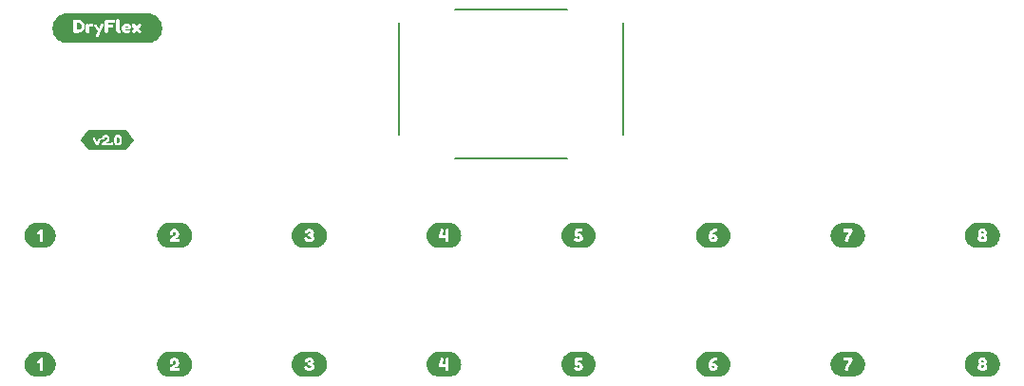
<source format=gto>
G04 #@! TF.GenerationSoftware,KiCad,Pcbnew,8.0.1-8.0.1-1~ubuntu22.04.1*
G04 #@! TF.CreationDate,2024-03-30T19:46:48+00:00*
G04 #@! TF.ProjectId,DRY_FLEX,4452595f-464c-4455-982e-6b696361645f,v1.0*
G04 #@! TF.SameCoordinates,Original*
G04 #@! TF.FileFunction,Legend,Top*
G04 #@! TF.FilePolarity,Positive*
%FSLAX46Y46*%
G04 Gerber Fmt 4.6, Leading zero omitted, Abs format (unit mm)*
G04 Created by KiCad (PCBNEW 8.0.1-8.0.1-1~ubuntu22.04.1) date 2024-03-30 19:46:48*
%MOMM*%
%LPD*%
G01*
G04 APERTURE LIST*
G04 Aperture macros list*
%AMFreePoly0*
4,1,13,0.345671,0.480970,0.426777,0.426777,0.480970,0.345671,0.500000,0.250000,0.500000,-0.900000,-0.500000,-0.900000,-0.500000,0.250000,-0.480970,0.345671,-0.426777,0.426777,-0.345671,0.480970,-0.250000,0.500000,0.250000,0.500000,0.345671,0.480970,0.345671,0.480970,$1*%
G04 Aperture macros list end*
%ADD10C,0.152400*%
%ADD11C,0.000000*%
%ADD12C,0.500000*%
%ADD13C,0.499999*%
%ADD14FreePoly0,0.000000*%
%ADD15C,1.800000*%
G04 APERTURE END LIST*
D10*
X70500001Y-59375000D02*
X60500001Y-59375000D01*
X55500001Y-70500000D02*
X55500001Y-60500000D01*
X75500001Y-70500000D02*
X75500001Y-60500000D01*
X70500001Y-72625000D02*
X60500001Y-72625000D01*
D11*
G36*
X96030431Y-78395154D02*
G01*
X96138201Y-78411140D01*
X96243885Y-78437613D01*
X96346465Y-78474317D01*
X96444954Y-78520898D01*
X96538403Y-78576909D01*
X96625912Y-78641810D01*
X96706638Y-78714976D01*
X96779803Y-78795702D01*
X96844704Y-78883211D01*
X96900715Y-78976659D01*
X96947297Y-79075148D01*
X96984001Y-79177728D01*
X97010473Y-79283412D01*
X97026459Y-79391182D01*
X97031805Y-79500000D01*
X97026459Y-79608818D01*
X97010473Y-79716588D01*
X96984001Y-79822272D01*
X96947297Y-79924852D01*
X96900715Y-80023341D01*
X96844704Y-80116789D01*
X96779803Y-80204298D01*
X96706638Y-80285024D01*
X96625912Y-80358190D01*
X96538403Y-80423091D01*
X96444954Y-80479102D01*
X96346465Y-80525683D01*
X96243885Y-80562387D01*
X96138201Y-80588860D01*
X96030431Y-80604846D01*
X95921614Y-80610192D01*
X95921481Y-80610192D01*
X95383319Y-80610192D01*
X95078519Y-80610192D01*
X95078386Y-80610192D01*
X94969569Y-80604846D01*
X94861799Y-80588860D01*
X94756115Y-80562387D01*
X94653535Y-80525683D01*
X94555046Y-80479102D01*
X94461597Y-80423091D01*
X94374088Y-80358190D01*
X94293362Y-80285024D01*
X94220197Y-80204298D01*
X94155296Y-80116789D01*
X94099285Y-80023341D01*
X94052703Y-79924852D01*
X94015999Y-79822272D01*
X93989527Y-79716588D01*
X93973541Y-79608818D01*
X93968195Y-79500000D01*
X93973541Y-79391182D01*
X93989527Y-79283412D01*
X94015999Y-79177728D01*
X94052703Y-79075148D01*
X94060494Y-79058675D01*
X95078519Y-79058675D01*
X95088044Y-79138050D01*
X95126144Y-79184088D01*
X95218219Y-79199963D01*
X95580169Y-79199963D01*
X95545244Y-79272194D01*
X95506747Y-79328947D01*
X95461106Y-79396019D01*
X95411894Y-79471623D01*
X95362681Y-79553975D01*
X95317041Y-79645455D01*
X95278544Y-79748444D01*
X95252350Y-79855798D01*
X95243619Y-79960375D01*
X95246000Y-80013556D01*
X95261081Y-80049275D01*
X95303150Y-80074675D01*
X95383319Y-80081025D01*
X95463488Y-80074675D01*
X95505556Y-80050069D01*
X95521431Y-80015144D01*
X95524606Y-79963550D01*
X95533338Y-79888937D01*
X95559531Y-79803213D01*
X95603188Y-79706375D01*
X95664306Y-79598425D01*
X95722845Y-79505159D01*
X95780988Y-79412688D01*
X95834764Y-79320017D01*
X95880206Y-79226156D01*
X95911163Y-79139439D01*
X95921481Y-79068200D01*
X95911956Y-78979300D01*
X95869888Y-78934056D01*
X95781781Y-78918975D01*
X95210281Y-78918975D01*
X95118206Y-78938025D01*
X95088044Y-78979300D01*
X95078519Y-79058675D01*
X94060494Y-79058675D01*
X94099285Y-78976659D01*
X94155296Y-78883211D01*
X94220197Y-78795702D01*
X94293362Y-78714976D01*
X94374088Y-78641810D01*
X94461597Y-78576909D01*
X94555046Y-78520898D01*
X94653535Y-78474317D01*
X94756115Y-78437613D01*
X94861799Y-78411140D01*
X94969569Y-78395154D01*
X95078386Y-78389808D01*
X95078519Y-78389808D01*
X95921481Y-78389808D01*
X95921614Y-78389808D01*
X96030431Y-78395154D01*
G37*
G36*
X83599219Y-79657163D02*
G01*
X83627000Y-79725425D01*
X83596441Y-79805197D01*
X83504762Y-79831788D01*
X83403162Y-79795275D01*
X83388081Y-79760350D01*
X83384112Y-79714313D01*
X83416656Y-79654781D01*
X83510319Y-79625413D01*
X83599219Y-79657163D01*
G37*
G36*
X84014852Y-78384095D02*
G01*
X84123700Y-78400241D01*
X84230442Y-78426979D01*
X84334049Y-78464050D01*
X84433524Y-78511098D01*
X84527908Y-78567670D01*
X84616293Y-78633220D01*
X84697827Y-78707118D01*
X84771725Y-78788652D01*
X84837275Y-78877037D01*
X84893847Y-78971421D01*
X84940895Y-79070895D01*
X84977966Y-79174503D01*
X85004703Y-79281244D01*
X85020850Y-79390093D01*
X85026249Y-79500000D01*
X85020850Y-79609907D01*
X85004703Y-79718756D01*
X84977966Y-79825497D01*
X84940895Y-79929105D01*
X84893847Y-80028579D01*
X84837275Y-80122963D01*
X84771725Y-80211348D01*
X84697827Y-80292882D01*
X84616293Y-80366780D01*
X84527908Y-80432330D01*
X84433524Y-80488902D01*
X84334049Y-80535950D01*
X84230442Y-80573021D01*
X84123700Y-80599759D01*
X84014852Y-80615905D01*
X83904945Y-80621304D01*
X83904812Y-80621304D01*
X83511112Y-80621304D01*
X83095187Y-80621304D01*
X83095055Y-80621304D01*
X82985148Y-80615905D01*
X82876300Y-80599759D01*
X82769558Y-80573021D01*
X82665951Y-80535950D01*
X82566476Y-80488902D01*
X82472092Y-80432330D01*
X82383707Y-80366780D01*
X82302173Y-80292882D01*
X82228275Y-80211348D01*
X82162725Y-80122963D01*
X82106153Y-80028579D01*
X82059105Y-79929105D01*
X82022034Y-79825497D01*
X81995297Y-79718756D01*
X81980273Y-79617475D01*
X83095187Y-79617475D01*
X83106829Y-79748620D01*
X83141754Y-79862656D01*
X83199962Y-79959581D01*
X83281101Y-80033224D01*
X83384818Y-80077409D01*
X83511112Y-80092138D01*
X83614741Y-80080143D01*
X83707610Y-80044160D01*
X83789719Y-79984188D01*
X83853660Y-79906400D01*
X83892024Y-79816971D01*
X83904812Y-79715900D01*
X83892377Y-79632027D01*
X83855071Y-79553975D01*
X83792894Y-79481744D01*
X83713254Y-79423976D01*
X83623560Y-79389316D01*
X83523812Y-79377763D01*
X83406337Y-79404750D01*
X83414275Y-79382525D01*
X83443644Y-79326963D01*
X83500000Y-79265050D01*
X83596044Y-79211075D01*
X83722250Y-79188850D01*
X83814325Y-79179325D01*
X83846075Y-79158687D01*
X83865125Y-79117413D01*
X83873062Y-79044387D01*
X83863537Y-78968188D01*
X83826231Y-78922944D01*
X83738125Y-78907863D01*
X83623793Y-78915991D01*
X83519558Y-78940375D01*
X83425419Y-78981015D01*
X83341377Y-79037911D01*
X83267431Y-79111063D01*
X83205423Y-79196343D01*
X83157195Y-79289625D01*
X83122746Y-79390907D01*
X83102077Y-79500191D01*
X83095187Y-79617475D01*
X81980273Y-79617475D01*
X81979150Y-79609907D01*
X81973751Y-79500000D01*
X81979150Y-79390093D01*
X81995297Y-79281244D01*
X82022034Y-79174503D01*
X82059105Y-79070895D01*
X82106153Y-78971421D01*
X82162725Y-78877037D01*
X82228275Y-78788652D01*
X82302173Y-78707118D01*
X82383707Y-78633220D01*
X82472092Y-78567670D01*
X82566476Y-78511098D01*
X82665951Y-78464050D01*
X82769558Y-78426979D01*
X82876300Y-78400241D01*
X82985148Y-78384095D01*
X83095055Y-78378696D01*
X83095187Y-78378696D01*
X83904812Y-78378696D01*
X83904945Y-78378696D01*
X84014852Y-78384095D01*
G37*
G36*
X31308956Y-60846806D02*
G01*
X31336737Y-60905544D01*
X31276412Y-60956344D01*
X31076387Y-60956344D01*
X31127187Y-60866650D01*
X31229581Y-60824581D01*
X31308956Y-60846806D01*
G37*
G36*
X27018936Y-60566811D02*
G01*
X27116369Y-60631700D01*
X27183639Y-60728736D01*
X27206062Y-60846806D01*
X27183044Y-60964480D01*
X27113987Y-61060325D01*
X27016356Y-61124023D01*
X26907612Y-61145256D01*
X26753625Y-61145256D01*
X26753625Y-60545181D01*
X26906025Y-60545181D01*
X27018936Y-60566811D01*
G37*
G36*
X33187053Y-59674764D02*
G01*
X33316321Y-59693939D01*
X33443086Y-59725692D01*
X33566129Y-59769718D01*
X33684264Y-59825591D01*
X33796353Y-59892775D01*
X33901318Y-59970622D01*
X33998146Y-60058383D01*
X34085907Y-60155212D01*
X34163754Y-60260176D01*
X34230938Y-60372266D01*
X34286811Y-60490400D01*
X34330837Y-60613443D01*
X34362590Y-60740208D01*
X34381765Y-60869476D01*
X34388177Y-61000000D01*
X34381765Y-61130524D01*
X34362590Y-61259792D01*
X34330837Y-61386557D01*
X34286811Y-61509600D01*
X34230938Y-61627734D01*
X34163754Y-61739824D01*
X34085907Y-61844788D01*
X33998146Y-61941617D01*
X33901318Y-62029378D01*
X33796353Y-62107225D01*
X33684264Y-62174409D01*
X33566129Y-62230282D01*
X33443086Y-62274308D01*
X33316321Y-62306061D01*
X33187053Y-62325236D01*
X33056529Y-62331648D01*
X32527362Y-62331648D01*
X32373375Y-62331648D01*
X31231962Y-62331648D01*
X30616012Y-62331648D01*
X29414275Y-62331648D01*
X28649100Y-62331648D01*
X27728350Y-62331648D01*
X26902850Y-62331648D01*
X26472637Y-62331648D01*
X25943471Y-62331648D01*
X25812947Y-62325236D01*
X25683679Y-62306061D01*
X25556914Y-62274308D01*
X25433871Y-62230282D01*
X25315736Y-62174409D01*
X25203647Y-62107225D01*
X25098682Y-62029378D01*
X25001854Y-61941617D01*
X24914093Y-61844788D01*
X24836246Y-61739824D01*
X24769062Y-61627734D01*
X24713189Y-61509600D01*
X24669163Y-61386557D01*
X24643713Y-61284956D01*
X26472637Y-61284956D01*
X26491687Y-61386556D01*
X26533756Y-61416322D01*
X26612337Y-61426244D01*
X26902850Y-61426244D01*
X27019779Y-61415429D01*
X27127680Y-61382984D01*
X27219839Y-61332581D01*
X27590237Y-61332581D01*
X27618812Y-61400844D01*
X27728350Y-61427831D01*
X27809312Y-61417513D01*
X27852175Y-61386556D01*
X27867256Y-61344487D01*
X27869637Y-61289719D01*
X27869637Y-60956344D01*
X27906944Y-60883319D01*
X27987112Y-60853156D01*
X28056169Y-60865856D01*
X28110937Y-60878556D01*
X28198250Y-60818231D01*
X28228412Y-60707106D01*
X28276037Y-60707106D01*
X28307787Y-60784894D01*
X28623700Y-61316706D01*
X28557025Y-61461466D01*
X28509400Y-61570309D01*
X28480825Y-61643235D01*
X28471300Y-61680244D01*
X28494716Y-61733425D01*
X28564962Y-61778669D01*
X28649100Y-61802481D01*
X28696725Y-61788194D01*
X28724506Y-61758031D01*
X28745937Y-61711994D01*
X28936155Y-61286544D01*
X29274575Y-61286544D01*
X29284100Y-61367506D01*
X29326169Y-61412750D01*
X29414275Y-61427831D01*
X29496031Y-61417116D01*
X29538100Y-61384969D01*
X29553181Y-61343694D01*
X29555562Y-61288131D01*
X29555562Y-61092869D01*
X30285812Y-61092869D01*
X30296925Y-61239712D01*
X30330262Y-61340519D01*
X30388206Y-61393303D01*
X30489012Y-61421481D01*
X30616012Y-61428625D01*
X30685862Y-61411956D01*
X30709675Y-61370284D01*
X30717612Y-61289719D01*
X30685862Y-61177006D01*
X30658875Y-61163513D01*
X30615219Y-61161131D01*
X30573150Y-61146050D01*
X30563625Y-61073819D01*
X30563625Y-61013494D01*
X30781112Y-61013494D01*
X30792225Y-61115976D01*
X30825562Y-61211755D01*
X30881125Y-61300831D01*
X30942045Y-61360958D01*
X31023206Y-61407987D01*
X31121036Y-61438348D01*
X31231962Y-61448469D01*
X31379898Y-61439638D01*
X31485566Y-61413147D01*
X31548966Y-61368995D01*
X31570100Y-61307181D01*
X31563595Y-61284163D01*
X31674875Y-61284163D01*
X31732819Y-61381000D01*
X31829656Y-61437356D01*
X31925700Y-61380206D01*
X32101912Y-61203994D01*
X32276537Y-61380206D01*
X32373375Y-61437356D01*
X32470212Y-61381000D01*
X32527362Y-61284163D01*
X32470212Y-61186531D01*
X32294000Y-61008731D01*
X32470212Y-60830931D01*
X32527362Y-60733300D01*
X32470212Y-60635669D01*
X32373375Y-60578519D01*
X32276537Y-60635669D01*
X32101912Y-60813469D01*
X31925700Y-60635669D01*
X31829656Y-60578519D01*
X31732819Y-60635669D01*
X31674875Y-60733300D01*
X31732025Y-60830931D01*
X31908237Y-61008731D01*
X31732025Y-61186531D01*
X31674875Y-61284163D01*
X31563595Y-61284163D01*
X31549462Y-61234156D01*
X31462150Y-61162719D01*
X31398650Y-61180181D01*
X31381187Y-61186531D01*
X31318878Y-61200819D01*
X31236725Y-61205581D01*
X31131950Y-61175419D01*
X31079562Y-61100806D01*
X31455800Y-61100806D01*
X31562956Y-61053975D01*
X31599270Y-60994444D01*
X31611375Y-60909513D01*
X31597881Y-60815652D01*
X31557400Y-60729331D01*
X31498464Y-60661267D01*
X31424844Y-60612650D01*
X31336539Y-60583480D01*
X31233550Y-60573756D01*
X31111577Y-60587074D01*
X31003892Y-60627026D01*
X30910494Y-60693612D01*
X30838615Y-60782424D01*
X30795488Y-60889051D01*
X30781112Y-61013494D01*
X30563625Y-61013494D01*
X30563625Y-60338806D01*
X30561244Y-60283244D01*
X30546162Y-60240381D01*
X30504094Y-60208234D01*
X30425512Y-60197519D01*
X30343756Y-60208234D01*
X30301687Y-60240381D01*
X30288194Y-60282450D01*
X30285812Y-60337219D01*
X30285812Y-61092869D01*
X29555562Y-61092869D01*
X29555562Y-60988094D01*
X29866712Y-60988094D01*
X29947675Y-60980156D01*
X29992919Y-60936897D01*
X30008000Y-60848394D01*
X29997681Y-60766241D01*
X29966725Y-60722981D01*
X29924656Y-60707900D01*
X29868300Y-60705519D01*
X29555562Y-60705519D01*
X29555562Y-60545181D01*
X30041337Y-60545181D01*
X30097694Y-60542800D01*
X30139762Y-60528512D01*
X30173100Y-60486444D01*
X30182625Y-60405481D01*
X30173100Y-60324519D01*
X30140556Y-60281656D01*
X30099281Y-60266575D01*
X30044512Y-60264194D01*
X29419037Y-60264194D01*
X29304737Y-60293563D01*
X29274575Y-60403894D01*
X29274575Y-61286544D01*
X28936155Y-61286544D01*
X29161862Y-60781719D01*
X29174562Y-60754731D01*
X29187262Y-60700756D01*
X29163847Y-60646384D01*
X29093600Y-60600744D01*
X29005494Y-60578519D01*
X28947550Y-60605506D01*
X28929294Y-60632494D01*
X28905680Y-60683492D01*
X28845950Y-60814262D01*
X28785625Y-60948605D01*
X28760225Y-61010319D01*
X28711806Y-60931032D01*
X28661800Y-60847688D01*
X28610206Y-60760287D01*
X28549087Y-60656306D01*
X28522894Y-60612650D01*
X28495112Y-60586456D01*
X28445900Y-60573756D01*
X28361762Y-60605506D01*
X28297469Y-60656306D01*
X28276037Y-60707106D01*
X28228412Y-60707106D01*
X28208569Y-60633287D01*
X28158562Y-60600744D01*
X28103000Y-60587250D01*
X28040294Y-60583281D01*
X27953775Y-60610269D01*
X27889481Y-60653131D01*
X27866462Y-60680119D01*
X27849000Y-60627731D01*
X27807328Y-60600347D01*
X27729937Y-60591219D01*
X27648181Y-60601934D01*
X27606112Y-60634081D01*
X27592619Y-60674562D01*
X27590237Y-60729331D01*
X27590237Y-61286544D01*
X27590237Y-61332581D01*
X27219839Y-61332581D01*
X27226551Y-61328910D01*
X27316394Y-61253206D01*
X27391056Y-61162371D01*
X27444386Y-61062905D01*
X27476384Y-60954806D01*
X27487050Y-60838075D01*
X27476136Y-60721791D01*
X27443394Y-60615031D01*
X27388823Y-60517797D01*
X27312425Y-60430088D01*
X27221640Y-60357509D01*
X27123909Y-60305667D01*
X27019234Y-60274562D01*
X26907612Y-60264194D01*
X26613925Y-60262606D01*
X26532169Y-60273322D01*
X26490100Y-60305469D01*
X26475019Y-60346744D01*
X26472637Y-60402306D01*
X26472637Y-61284956D01*
X24643713Y-61284956D01*
X24637410Y-61259792D01*
X24618235Y-61130524D01*
X24611823Y-61000000D01*
X24618235Y-60869476D01*
X24637410Y-60740208D01*
X24669163Y-60613443D01*
X24713189Y-60490400D01*
X24769062Y-60372266D01*
X24836246Y-60260176D01*
X24914093Y-60155212D01*
X25001854Y-60058383D01*
X25098682Y-59970622D01*
X25203647Y-59892775D01*
X25315736Y-59825591D01*
X25433871Y-59769718D01*
X25556914Y-59725692D01*
X25683679Y-59693939D01*
X25812947Y-59674764D01*
X25943471Y-59668352D01*
X26472637Y-59668352D01*
X32527362Y-59668352D01*
X33056529Y-59668352D01*
X33187053Y-59674764D01*
G37*
G36*
X60035505Y-78391995D02*
G01*
X60143583Y-78408026D01*
X60249569Y-78434575D01*
X60352443Y-78471383D01*
X60451213Y-78518098D01*
X60544929Y-78574269D01*
X60632688Y-78639356D01*
X60713645Y-78712731D01*
X60787020Y-78793688D01*
X60852107Y-78881447D01*
X60908278Y-78975163D01*
X60954993Y-79073933D01*
X60991801Y-79176807D01*
X61018350Y-79282793D01*
X61034382Y-79390871D01*
X61039743Y-79500000D01*
X61034382Y-79609129D01*
X61018350Y-79717207D01*
X60991801Y-79823193D01*
X60954993Y-79926067D01*
X60908278Y-80024837D01*
X60852107Y-80118553D01*
X60787020Y-80206312D01*
X60713645Y-80287269D01*
X60632688Y-80360644D01*
X60544929Y-80425731D01*
X60451213Y-80481902D01*
X60352443Y-80528617D01*
X60249569Y-80565425D01*
X60143583Y-80591974D01*
X60035505Y-80608005D01*
X59926376Y-80613367D01*
X59926244Y-80613367D01*
X59788131Y-80613367D01*
X59073756Y-80613367D01*
X59073624Y-80613367D01*
X58964495Y-80608006D01*
X58856417Y-80591974D01*
X58750431Y-80565425D01*
X58647557Y-80528617D01*
X58548787Y-80481902D01*
X58455071Y-80425731D01*
X58367312Y-80360644D01*
X58286355Y-80287269D01*
X58212980Y-80206312D01*
X58147893Y-80118553D01*
X58091722Y-80024837D01*
X58045007Y-79926067D01*
X58008199Y-79823193D01*
X57981650Y-79717207D01*
X57967327Y-79620650D01*
X59073756Y-79620650D01*
X59081694Y-79688912D01*
X59124953Y-79734156D01*
X59213456Y-79749237D01*
X59643669Y-79749237D01*
X59643669Y-79942912D01*
X59653194Y-80025463D01*
X59673831Y-80057213D01*
X59715106Y-80076263D01*
X59788131Y-80084200D01*
X59865125Y-80074675D01*
X59911163Y-80035781D01*
X59926244Y-79944500D01*
X59926244Y-79061850D01*
X59923863Y-79006287D01*
X59908781Y-78964219D01*
X59865919Y-78930881D01*
X59785750Y-78920562D01*
X59704788Y-78929294D01*
X59661131Y-78960250D01*
X59646050Y-78999937D01*
X59643669Y-79053912D01*
X59643669Y-79487300D01*
X59384906Y-79487300D01*
X59481744Y-79099950D01*
X59483331Y-79095187D01*
X59494444Y-79028512D01*
X59466663Y-78967394D01*
X59383319Y-78926912D01*
X59310294Y-78915800D01*
X59255525Y-78933262D01*
X59226950Y-78969775D01*
X59210281Y-79025337D01*
X59078519Y-79557150D01*
X59073756Y-79620650D01*
X57967327Y-79620650D01*
X57965618Y-79609129D01*
X57960257Y-79500000D01*
X57965618Y-79390871D01*
X57981650Y-79282793D01*
X58008199Y-79176807D01*
X58045007Y-79073933D01*
X58091722Y-78975163D01*
X58147893Y-78881447D01*
X58212980Y-78793688D01*
X58286355Y-78712731D01*
X58367312Y-78639356D01*
X58455071Y-78574269D01*
X58548787Y-78518098D01*
X58647557Y-78471383D01*
X58750431Y-78434575D01*
X58856417Y-78408026D01*
X58964495Y-78391994D01*
X59073624Y-78386633D01*
X59073756Y-78386633D01*
X59926244Y-78386633D01*
X59926376Y-78386633D01*
X60035505Y-78391995D01*
G37*
G36*
X83599219Y-91157163D02*
G01*
X83627000Y-91225425D01*
X83596441Y-91305197D01*
X83504762Y-91331788D01*
X83403162Y-91295275D01*
X83388081Y-91260350D01*
X83384112Y-91214313D01*
X83416656Y-91154781D01*
X83510319Y-91125413D01*
X83599219Y-91157163D01*
G37*
G36*
X84014852Y-89884095D02*
G01*
X84123700Y-89900241D01*
X84230442Y-89926979D01*
X84334049Y-89964050D01*
X84433524Y-90011098D01*
X84527908Y-90067670D01*
X84616293Y-90133220D01*
X84697827Y-90207118D01*
X84771725Y-90288652D01*
X84837275Y-90377037D01*
X84893847Y-90471421D01*
X84940895Y-90570895D01*
X84977966Y-90674503D01*
X85004703Y-90781244D01*
X85020850Y-90890093D01*
X85026249Y-91000000D01*
X85020850Y-91109907D01*
X85004703Y-91218756D01*
X84977966Y-91325497D01*
X84940895Y-91429105D01*
X84893847Y-91528579D01*
X84837275Y-91622963D01*
X84771725Y-91711348D01*
X84697827Y-91792882D01*
X84616293Y-91866780D01*
X84527908Y-91932330D01*
X84433524Y-91988902D01*
X84334049Y-92035950D01*
X84230442Y-92073021D01*
X84123700Y-92099759D01*
X84014852Y-92115905D01*
X83904945Y-92121304D01*
X83904812Y-92121304D01*
X83511112Y-92121304D01*
X83095187Y-92121304D01*
X83095055Y-92121304D01*
X82985148Y-92115905D01*
X82876300Y-92099759D01*
X82769558Y-92073021D01*
X82665951Y-92035950D01*
X82566476Y-91988902D01*
X82472092Y-91932330D01*
X82383707Y-91866780D01*
X82302173Y-91792882D01*
X82228275Y-91711348D01*
X82162725Y-91622963D01*
X82106153Y-91528579D01*
X82059105Y-91429105D01*
X82022034Y-91325497D01*
X81995297Y-91218756D01*
X81980273Y-91117475D01*
X83095187Y-91117475D01*
X83106829Y-91248620D01*
X83141754Y-91362656D01*
X83199962Y-91459581D01*
X83281101Y-91533224D01*
X83384818Y-91577409D01*
X83511112Y-91592138D01*
X83614741Y-91580143D01*
X83707610Y-91544160D01*
X83789719Y-91484188D01*
X83853660Y-91406400D01*
X83892024Y-91316971D01*
X83904812Y-91215900D01*
X83892377Y-91132027D01*
X83855071Y-91053975D01*
X83792894Y-90981744D01*
X83713254Y-90923976D01*
X83623560Y-90889316D01*
X83523812Y-90877763D01*
X83406337Y-90904750D01*
X83414275Y-90882525D01*
X83443644Y-90826963D01*
X83500000Y-90765050D01*
X83596044Y-90711075D01*
X83722250Y-90688850D01*
X83814325Y-90679325D01*
X83846075Y-90658687D01*
X83865125Y-90617413D01*
X83873062Y-90544387D01*
X83863537Y-90468188D01*
X83826231Y-90422944D01*
X83738125Y-90407863D01*
X83623793Y-90415991D01*
X83519558Y-90440375D01*
X83425419Y-90481015D01*
X83341377Y-90537911D01*
X83267431Y-90611063D01*
X83205423Y-90696343D01*
X83157195Y-90789625D01*
X83122746Y-90890907D01*
X83102077Y-91000191D01*
X83095187Y-91117475D01*
X81980273Y-91117475D01*
X81979150Y-91109907D01*
X81973751Y-91000000D01*
X81979150Y-90890093D01*
X81995297Y-90781244D01*
X82022034Y-90674503D01*
X82059105Y-90570895D01*
X82106153Y-90471421D01*
X82162725Y-90377037D01*
X82228275Y-90288652D01*
X82302173Y-90207118D01*
X82383707Y-90133220D01*
X82472092Y-90067670D01*
X82566476Y-90011098D01*
X82665951Y-89964050D01*
X82769558Y-89926979D01*
X82876300Y-89900241D01*
X82985148Y-89884095D01*
X83095055Y-89878696D01*
X83095187Y-89878696D01*
X83904812Y-89878696D01*
X83904945Y-89878696D01*
X84014852Y-89884095D01*
G37*
G36*
X23888661Y-89891994D02*
G01*
X23996739Y-89908026D01*
X24102726Y-89934575D01*
X24205599Y-89971383D01*
X24304370Y-90018098D01*
X24398086Y-90074269D01*
X24485845Y-90139356D01*
X24566801Y-90212731D01*
X24640176Y-90293688D01*
X24705263Y-90381447D01*
X24761434Y-90475163D01*
X24808149Y-90573933D01*
X24844958Y-90676807D01*
X24871506Y-90782793D01*
X24887538Y-90890871D01*
X24892899Y-91000000D01*
X24887538Y-91109129D01*
X24871506Y-91217207D01*
X24844958Y-91323193D01*
X24808149Y-91426067D01*
X24761434Y-91524837D01*
X24705263Y-91618553D01*
X24640176Y-91706312D01*
X24566801Y-91787269D01*
X24485845Y-91860644D01*
X24398086Y-91925731D01*
X24304370Y-91981902D01*
X24205599Y-92028617D01*
X24102726Y-92065425D01*
X23996739Y-92091974D01*
X23888661Y-92108006D01*
X23779532Y-92113367D01*
X23779400Y-92113367D01*
X23638113Y-92113367D01*
X23220600Y-92113367D01*
X23220468Y-92113367D01*
X23111339Y-92108006D01*
X23003261Y-92091974D01*
X22897274Y-92065425D01*
X22794401Y-92028617D01*
X22695630Y-91981902D01*
X22601914Y-91925731D01*
X22514155Y-91860644D01*
X22433199Y-91787269D01*
X22359824Y-91706312D01*
X22294737Y-91618553D01*
X22238566Y-91524837D01*
X22191851Y-91426067D01*
X22155042Y-91323193D01*
X22128494Y-91217207D01*
X22112462Y-91109129D01*
X22107101Y-91000000D01*
X22112462Y-90890871D01*
X22127594Y-90788862D01*
X23220600Y-90788862D01*
X23270606Y-90887288D01*
X23366650Y-90942850D01*
X23477775Y-90893638D01*
X23498413Y-90874588D01*
X23498413Y-91441325D01*
X23500794Y-91499269D01*
X23515875Y-91542925D01*
X23558341Y-91573881D01*
X23638113Y-91584200D01*
X23719869Y-91573484D01*
X23761938Y-91541337D01*
X23777019Y-91499269D01*
X23779400Y-91444500D01*
X23779400Y-90560262D01*
X23771463Y-90476125D01*
X23749238Y-90441994D01*
X23707963Y-90423738D01*
X23632556Y-90415800D01*
X23542863Y-90457075D01*
X23538100Y-90460250D01*
X23277750Y-90695200D01*
X23220600Y-90788862D01*
X22127594Y-90788862D01*
X22128494Y-90782793D01*
X22155042Y-90676807D01*
X22191851Y-90573933D01*
X22238566Y-90475163D01*
X22294737Y-90381447D01*
X22359824Y-90293688D01*
X22433199Y-90212731D01*
X22514155Y-90139356D01*
X22601914Y-90074269D01*
X22695630Y-90018098D01*
X22794401Y-89971383D01*
X22897274Y-89934575D01*
X23003261Y-89908026D01*
X23111339Y-89891994D01*
X23220468Y-89886633D01*
X23220600Y-89886633D01*
X23779400Y-89886633D01*
X23779532Y-89886633D01*
X23888661Y-89891994D01*
G37*
G36*
X48053808Y-78375406D02*
G01*
X48163504Y-78391678D01*
X48271077Y-78418624D01*
X48375491Y-78455983D01*
X48475740Y-78503398D01*
X48570859Y-78560410D01*
X48659932Y-78626471D01*
X48742100Y-78700944D01*
X48816574Y-78783113D01*
X48882635Y-78872186D01*
X48939647Y-78967305D01*
X48987061Y-79067554D01*
X49024421Y-79171968D01*
X49051367Y-79279541D01*
X49067639Y-79389237D01*
X49073080Y-79500000D01*
X49067639Y-79610763D01*
X49051367Y-79720459D01*
X49024421Y-79828032D01*
X48987061Y-79932446D01*
X48939647Y-80032695D01*
X48882635Y-80127814D01*
X48816574Y-80216887D01*
X48742100Y-80299056D01*
X48659932Y-80373529D01*
X48570859Y-80439590D01*
X48475740Y-80496602D01*
X48375491Y-80544017D01*
X48271077Y-80581376D01*
X48163504Y-80608322D01*
X48053808Y-80624594D01*
X47943045Y-80630035D01*
X47942913Y-80630035D01*
X47496825Y-80630035D01*
X47057088Y-80630035D01*
X47056955Y-80630035D01*
X46946192Y-80624594D01*
X46836496Y-80608322D01*
X46728923Y-80581376D01*
X46624509Y-80544017D01*
X46524260Y-80496602D01*
X46429141Y-80439590D01*
X46340068Y-80373529D01*
X46257900Y-80299056D01*
X46183426Y-80216887D01*
X46117365Y-80127814D01*
X46060353Y-80032695D01*
X46012939Y-79932446D01*
X45975579Y-79828032D01*
X45952064Y-79734156D01*
X47057088Y-79734156D01*
X47074550Y-79819881D01*
X47077725Y-79835756D01*
X47095188Y-79877031D01*
X47134478Y-79940134D01*
X47179325Y-79989744D01*
X47271047Y-80051480D01*
X47376881Y-80088522D01*
X47496825Y-80100869D01*
X47617651Y-80088610D01*
X47724014Y-80051833D01*
X47815913Y-79990537D01*
X47886468Y-79910369D01*
X47928801Y-79816971D01*
X47942913Y-79710344D01*
X47929816Y-79629381D01*
X47890525Y-79557944D01*
X47840519Y-79506350D01*
X47793688Y-79472219D01*
X47793688Y-79461106D01*
X47862479Y-79411276D01*
X47903754Y-79344337D01*
X47917513Y-79260287D01*
X47904989Y-79170770D01*
X47867418Y-79087426D01*
X47804800Y-79010256D01*
X47720486Y-78948520D01*
X47617828Y-78911478D01*
X47496825Y-78899131D01*
X47418045Y-78904687D01*
X47346806Y-78921356D01*
X47242031Y-78970569D01*
X47176150Y-79033275D01*
X47141225Y-79083281D01*
X47104713Y-79191231D01*
X47124556Y-79247984D01*
X47184088Y-79297594D01*
X47271400Y-79326169D01*
X47331725Y-79306325D01*
X47376175Y-79246794D01*
X47385700Y-79227744D01*
X47426975Y-79189644D01*
X47516669Y-79170594D01*
X47604775Y-79200756D01*
X47636525Y-79264256D01*
X47606363Y-79310691D01*
X47515875Y-79326169D01*
X47433325Y-79334106D01*
X47389272Y-79377366D01*
X47374588Y-79465869D01*
X47385303Y-79547228D01*
X47417450Y-79588106D01*
X47458725Y-79603981D01*
X47530956Y-79607156D01*
X47623031Y-79639700D01*
X47661925Y-79715106D01*
X47622238Y-79792100D01*
X47571438Y-79817698D01*
X47498413Y-79826231D01*
X47431738Y-79816706D01*
X47344425Y-79740506D01*
X47296800Y-79657956D01*
X47212663Y-79642081D01*
X47095981Y-79665100D01*
X47057088Y-79734156D01*
X45952064Y-79734156D01*
X45948633Y-79720459D01*
X45932361Y-79610763D01*
X45926920Y-79500000D01*
X45932361Y-79389237D01*
X45948633Y-79279541D01*
X45975579Y-79171968D01*
X46012939Y-79067554D01*
X46060353Y-78967305D01*
X46117365Y-78872186D01*
X46183426Y-78783113D01*
X46257900Y-78700944D01*
X46340068Y-78626471D01*
X46429141Y-78560410D01*
X46524260Y-78503398D01*
X46624509Y-78455983D01*
X46728923Y-78418624D01*
X46836496Y-78391678D01*
X46946192Y-78375406D01*
X47056955Y-78369965D01*
X47057088Y-78369965D01*
X47942913Y-78369965D01*
X47943045Y-78369965D01*
X48053808Y-78375406D01*
G37*
G36*
X107605569Y-79634938D02*
G01*
X107641288Y-79716694D01*
X107606363Y-79798450D01*
X107501588Y-79836550D01*
X107395225Y-79798450D01*
X107358713Y-79715900D01*
X107395225Y-79634144D01*
X107500794Y-79596838D01*
X107605569Y-79634938D01*
G37*
G36*
X107579375Y-79192819D02*
G01*
X107606363Y-79252350D01*
X107580169Y-79312675D01*
X107502381Y-79341250D01*
X107423006Y-79312675D01*
X107395225Y-79251556D01*
X107420625Y-79192025D01*
X107499206Y-79165038D01*
X107579375Y-79192819D01*
G37*
G36*
X108033559Y-78371456D02*
G01*
X108143641Y-78387785D01*
X108251591Y-78414826D01*
X108356372Y-78452317D01*
X108456973Y-78499898D01*
X108552426Y-78557110D01*
X108641812Y-78623403D01*
X108724269Y-78698138D01*
X108799004Y-78780595D01*
X108865297Y-78869981D01*
X108922510Y-78965434D01*
X108970091Y-79066035D01*
X109007582Y-79170816D01*
X109034622Y-79278767D01*
X109050951Y-79388848D01*
X109056411Y-79500000D01*
X109050951Y-79611152D01*
X109034622Y-79721233D01*
X109007582Y-79829184D01*
X108970091Y-79933965D01*
X108922510Y-80034566D01*
X108865297Y-80130019D01*
X108799004Y-80219405D01*
X108724269Y-80301862D01*
X108641812Y-80376597D01*
X108552426Y-80442890D01*
X108456973Y-80500102D01*
X108356372Y-80547683D01*
X108251591Y-80585174D01*
X108143641Y-80612215D01*
X108033559Y-80628544D01*
X107922407Y-80634004D01*
X107922275Y-80634004D01*
X107500000Y-80634004D01*
X107077725Y-80634004D01*
X107077593Y-80634004D01*
X106966441Y-80628544D01*
X106856359Y-80612215D01*
X106748409Y-80585174D01*
X106643628Y-80547683D01*
X106543027Y-80500102D01*
X106447574Y-80442890D01*
X106358188Y-80376597D01*
X106275731Y-80301862D01*
X106200996Y-80219405D01*
X106134703Y-80130019D01*
X106077490Y-80034566D01*
X106029909Y-79933965D01*
X105992418Y-79829184D01*
X105965378Y-79721233D01*
X105963645Y-79709550D01*
X107077725Y-79709550D01*
X107092101Y-79821204D01*
X107135228Y-79916983D01*
X107207106Y-79996888D01*
X107297153Y-80056860D01*
X107394784Y-80092843D01*
X107500000Y-80104838D01*
X107605216Y-80092755D01*
X107702847Y-80056507D01*
X107792894Y-79996094D01*
X107864772Y-79915925D01*
X107907899Y-79820410D01*
X107922275Y-79709550D01*
X107913345Y-79643272D01*
X107886556Y-79577788D01*
X107829406Y-79491269D01*
X107793688Y-79458725D01*
X107817500Y-79433325D01*
X107864331Y-79358713D01*
X107887350Y-79261875D01*
X107874650Y-79161333D01*
X107836550Y-79073492D01*
X107773050Y-78998350D01*
X107692264Y-78941024D01*
X107602306Y-78906628D01*
X107503175Y-78895163D01*
X107403692Y-78906451D01*
X107312675Y-78940318D01*
X107230125Y-78996763D01*
X107164861Y-79070493D01*
X107125703Y-79156218D01*
X107112650Y-79253938D01*
X107138844Y-79364269D01*
X107180913Y-79433325D01*
X107207900Y-79458725D01*
X107174563Y-79488888D01*
X107110269Y-79580169D01*
X107085861Y-79643867D01*
X107077725Y-79709550D01*
X105963645Y-79709550D01*
X105949049Y-79611152D01*
X105943589Y-79500000D01*
X105949049Y-79388848D01*
X105965378Y-79278767D01*
X105992418Y-79170816D01*
X106029909Y-79066035D01*
X106077490Y-78965434D01*
X106134703Y-78869981D01*
X106200996Y-78780595D01*
X106275731Y-78698138D01*
X106358188Y-78623403D01*
X106447574Y-78557110D01*
X106543027Y-78499898D01*
X106643628Y-78452317D01*
X106748409Y-78414826D01*
X106856359Y-78387785D01*
X106966441Y-78371456D01*
X107077593Y-78365996D01*
X107077725Y-78365996D01*
X107922275Y-78365996D01*
X107922407Y-78365996D01*
X108033559Y-78371456D01*
G37*
G36*
X71999210Y-78381725D02*
G01*
X72108290Y-78397906D01*
X72215258Y-78424700D01*
X72319086Y-78461850D01*
X72418771Y-78508998D01*
X72513356Y-78565690D01*
X72601928Y-78631379D01*
X72683635Y-78705434D01*
X72757690Y-78787142D01*
X72823380Y-78875714D01*
X72880072Y-78970298D01*
X72927220Y-79069984D01*
X72964370Y-79173811D01*
X72991164Y-79280780D01*
X73007344Y-79389860D01*
X73012755Y-79500000D01*
X73007344Y-79610140D01*
X72991164Y-79719220D01*
X72964370Y-79826189D01*
X72927220Y-79930016D01*
X72880072Y-80029702D01*
X72823380Y-80124286D01*
X72757690Y-80212858D01*
X72683635Y-80294566D01*
X72601928Y-80368621D01*
X72513356Y-80434310D01*
X72418771Y-80491002D01*
X72319086Y-80538150D01*
X72215258Y-80575300D01*
X72108290Y-80602094D01*
X71999210Y-80618275D01*
X71889070Y-80623685D01*
X71888937Y-80623685D01*
X71490475Y-80623685D01*
X71111062Y-80623685D01*
X71110930Y-80623685D01*
X71000790Y-80618275D01*
X70891710Y-80602094D01*
X70784742Y-80575300D01*
X70680914Y-80538150D01*
X70581229Y-80491002D01*
X70486644Y-80434310D01*
X70398072Y-80368621D01*
X70316365Y-80294566D01*
X70242310Y-80212858D01*
X70176620Y-80124286D01*
X70119928Y-80029702D01*
X70072780Y-79930016D01*
X70056094Y-79883381D01*
X71111062Y-79883381D01*
X71171387Y-79978631D01*
X71184087Y-79989744D01*
X71223775Y-80019906D01*
X71306325Y-80061358D01*
X71395225Y-80086228D01*
X71490475Y-80094519D01*
X71597543Y-80081378D01*
X71692264Y-80041955D01*
X71774637Y-79976250D01*
X71838137Y-79892289D01*
X71876237Y-79798097D01*
X71888937Y-79693675D01*
X71875532Y-79589782D01*
X71835315Y-79497178D01*
X71768287Y-79415863D01*
X71684503Y-79352803D01*
X71594015Y-79314968D01*
X71496825Y-79302356D01*
X71441262Y-79305531D01*
X71457137Y-79184881D01*
X71734950Y-79184881D01*
X71786544Y-79182500D01*
X71825437Y-79167419D01*
X71855203Y-79128128D01*
X71865125Y-79051531D01*
X71854409Y-78967394D01*
X71822262Y-78924531D01*
X71780987Y-78909450D01*
X71725425Y-78907069D01*
X71576200Y-78907069D01*
X71334900Y-78905481D01*
X71270606Y-78920563D01*
X71229331Y-78954694D01*
X71206312Y-78997556D01*
X71195200Y-79030894D01*
X71186072Y-79096775D01*
X71161862Y-79275369D01*
X71138050Y-79456741D01*
X71130112Y-79530956D01*
X71147575Y-79569850D01*
X71221394Y-79618269D01*
X71321406Y-79648431D01*
X71407925Y-79611919D01*
X71484125Y-79583344D01*
X71569056Y-79614300D01*
X71606362Y-79698438D01*
X71572231Y-79781781D01*
X71467456Y-79811944D01*
X71368237Y-79778606D01*
X71261875Y-79727806D01*
X71169800Y-79780194D01*
X71111062Y-79883381D01*
X70056094Y-79883381D01*
X70035630Y-79826189D01*
X70008836Y-79719220D01*
X69992656Y-79610140D01*
X69987245Y-79500000D01*
X69992656Y-79389860D01*
X70008836Y-79280780D01*
X70035630Y-79173811D01*
X70072780Y-79069984D01*
X70119928Y-78970298D01*
X70176620Y-78875714D01*
X70242310Y-78787142D01*
X70316365Y-78705434D01*
X70398072Y-78631379D01*
X70486644Y-78565690D01*
X70581229Y-78508998D01*
X70680914Y-78461850D01*
X70784742Y-78424700D01*
X70891710Y-78397906D01*
X71000790Y-78381725D01*
X71110930Y-78376315D01*
X71111062Y-78376315D01*
X71888937Y-78376315D01*
X71889070Y-78376315D01*
X71999210Y-78381725D01*
G37*
G36*
X36061683Y-78384095D02*
G01*
X36170532Y-78400241D01*
X36277273Y-78426979D01*
X36380881Y-78464050D01*
X36480355Y-78511098D01*
X36574739Y-78567670D01*
X36663124Y-78633220D01*
X36744658Y-78707118D01*
X36818556Y-78788652D01*
X36884106Y-78877037D01*
X36940678Y-78971421D01*
X36987726Y-79070895D01*
X37024797Y-79174503D01*
X37051535Y-79281244D01*
X37067681Y-79390093D01*
X37073080Y-79500000D01*
X37067681Y-79609907D01*
X37051535Y-79718756D01*
X37024797Y-79825497D01*
X36987726Y-79929105D01*
X36940678Y-80028579D01*
X36884106Y-80122963D01*
X36818556Y-80211348D01*
X36744658Y-80292882D01*
X36663124Y-80366780D01*
X36574739Y-80432330D01*
X36480355Y-80488902D01*
X36380881Y-80535950D01*
X36277273Y-80573021D01*
X36170532Y-80599759D01*
X36061683Y-80615905D01*
X35951776Y-80621304D01*
X35951644Y-80621304D01*
X35808769Y-80621304D01*
X35048356Y-80621304D01*
X35048224Y-80621304D01*
X34938317Y-80615905D01*
X34829468Y-80599759D01*
X34722727Y-80573021D01*
X34619119Y-80535950D01*
X34519645Y-80488902D01*
X34425261Y-80432330D01*
X34336876Y-80366780D01*
X34255342Y-80292882D01*
X34181444Y-80211348D01*
X34115894Y-80122963D01*
X34059322Y-80028579D01*
X34021808Y-79949262D01*
X35048356Y-79949262D01*
X35089631Y-80049275D01*
X35188056Y-80092137D01*
X35808769Y-80092137D01*
X35907194Y-80073088D01*
X35941325Y-80031812D01*
X35951644Y-79951644D01*
X35942119Y-79870681D01*
X35904812Y-79824644D01*
X35811944Y-79809562D01*
X35521431Y-79809562D01*
X35521431Y-79801625D01*
X35561119Y-79785750D01*
X35659544Y-79732172D01*
X35770669Y-79644463D01*
X35822262Y-79587313D01*
X35865919Y-79514287D01*
X35895684Y-79430944D01*
X35905606Y-79342838D01*
X35892377Y-79233741D01*
X35852690Y-79132935D01*
X35786544Y-79040419D01*
X35699143Y-78966776D01*
X35595691Y-78922591D01*
X35476187Y-78907862D01*
X35356772Y-78922415D01*
X35253585Y-78966071D01*
X35166625Y-79038831D01*
X35100920Y-79129936D01*
X35061497Y-79228626D01*
X35048356Y-79334900D01*
X35056294Y-79415862D01*
X35099553Y-79461106D01*
X35188056Y-79476188D01*
X35269019Y-79466663D01*
X35311881Y-79438088D01*
X35326962Y-79398400D01*
X35329344Y-79346012D01*
X35329344Y-79336488D01*
X35335694Y-79299975D01*
X35377762Y-79226156D01*
X35465869Y-79188850D01*
X35545244Y-79203137D01*
X35587312Y-79234094D01*
X35611919Y-79276956D01*
X35623031Y-79317437D01*
X35608148Y-79386891D01*
X35563500Y-79452375D01*
X35497817Y-79512502D01*
X35419831Y-79565881D01*
X35335694Y-79616284D01*
X35251556Y-79667481D01*
X35173570Y-79724234D01*
X35107887Y-79791306D01*
X35063239Y-79866911D01*
X35048356Y-79949262D01*
X34021808Y-79949262D01*
X34012274Y-79929105D01*
X33975203Y-79825497D01*
X33948465Y-79718756D01*
X33932319Y-79609907D01*
X33926920Y-79500000D01*
X33932319Y-79390093D01*
X33948465Y-79281244D01*
X33975203Y-79174503D01*
X34012274Y-79070895D01*
X34059322Y-78971421D01*
X34115894Y-78877037D01*
X34181444Y-78788652D01*
X34255342Y-78707118D01*
X34336876Y-78633220D01*
X34425261Y-78567670D01*
X34519645Y-78511098D01*
X34619119Y-78464050D01*
X34722727Y-78426979D01*
X34829468Y-78400241D01*
X34938317Y-78384095D01*
X35048224Y-78378696D01*
X35048356Y-78378696D01*
X35951644Y-78378696D01*
X35951776Y-78378696D01*
X36061683Y-78384095D01*
G37*
G36*
X107605569Y-91134938D02*
G01*
X107641288Y-91216694D01*
X107606363Y-91298450D01*
X107501588Y-91336550D01*
X107395225Y-91298450D01*
X107358713Y-91215900D01*
X107395225Y-91134144D01*
X107500794Y-91096838D01*
X107605569Y-91134938D01*
G37*
G36*
X107579375Y-90692819D02*
G01*
X107606363Y-90752350D01*
X107580169Y-90812675D01*
X107502381Y-90841250D01*
X107423006Y-90812675D01*
X107395225Y-90751556D01*
X107420625Y-90692025D01*
X107499206Y-90665038D01*
X107579375Y-90692819D01*
G37*
G36*
X108033559Y-89871456D02*
G01*
X108143641Y-89887785D01*
X108251591Y-89914826D01*
X108356372Y-89952317D01*
X108456973Y-89999898D01*
X108552426Y-90057110D01*
X108641812Y-90123403D01*
X108724269Y-90198138D01*
X108799004Y-90280595D01*
X108865297Y-90369981D01*
X108922510Y-90465434D01*
X108970091Y-90566035D01*
X109007582Y-90670816D01*
X109034622Y-90778767D01*
X109050951Y-90888848D01*
X109056411Y-91000000D01*
X109050951Y-91111152D01*
X109034622Y-91221233D01*
X109007582Y-91329184D01*
X108970091Y-91433965D01*
X108922510Y-91534566D01*
X108865297Y-91630019D01*
X108799004Y-91719405D01*
X108724269Y-91801862D01*
X108641812Y-91876597D01*
X108552426Y-91942890D01*
X108456973Y-92000102D01*
X108356372Y-92047683D01*
X108251591Y-92085174D01*
X108143641Y-92112215D01*
X108033559Y-92128544D01*
X107922407Y-92134004D01*
X107922275Y-92134004D01*
X107500000Y-92134004D01*
X107077725Y-92134004D01*
X107077593Y-92134004D01*
X106966441Y-92128544D01*
X106856359Y-92112215D01*
X106748409Y-92085174D01*
X106643628Y-92047683D01*
X106543027Y-92000102D01*
X106447574Y-91942890D01*
X106358188Y-91876597D01*
X106275731Y-91801862D01*
X106200996Y-91719405D01*
X106134703Y-91630019D01*
X106077490Y-91534566D01*
X106029909Y-91433965D01*
X105992418Y-91329184D01*
X105965378Y-91221233D01*
X105963645Y-91209550D01*
X107077725Y-91209550D01*
X107092101Y-91321204D01*
X107135228Y-91416983D01*
X107207106Y-91496888D01*
X107297153Y-91556860D01*
X107394784Y-91592843D01*
X107500000Y-91604838D01*
X107605216Y-91592755D01*
X107702847Y-91556507D01*
X107792894Y-91496094D01*
X107864772Y-91415925D01*
X107907899Y-91320410D01*
X107922275Y-91209550D01*
X107913345Y-91143272D01*
X107886556Y-91077788D01*
X107829406Y-90991269D01*
X107793688Y-90958725D01*
X107817500Y-90933325D01*
X107864331Y-90858713D01*
X107887350Y-90761875D01*
X107874650Y-90661333D01*
X107836550Y-90573492D01*
X107773050Y-90498350D01*
X107692264Y-90441024D01*
X107602306Y-90406628D01*
X107503175Y-90395163D01*
X107403692Y-90406451D01*
X107312675Y-90440318D01*
X107230125Y-90496763D01*
X107164861Y-90570493D01*
X107125703Y-90656218D01*
X107112650Y-90753938D01*
X107138844Y-90864269D01*
X107180913Y-90933325D01*
X107207900Y-90958725D01*
X107174563Y-90988888D01*
X107110269Y-91080169D01*
X107085861Y-91143867D01*
X107077725Y-91209550D01*
X105963645Y-91209550D01*
X105949049Y-91111152D01*
X105943589Y-91000000D01*
X105949049Y-90888848D01*
X105965378Y-90778767D01*
X105992418Y-90670816D01*
X106029909Y-90566035D01*
X106077490Y-90465434D01*
X106134703Y-90369981D01*
X106200996Y-90280595D01*
X106275731Y-90198138D01*
X106358188Y-90123403D01*
X106447574Y-90057110D01*
X106543027Y-89999898D01*
X106643628Y-89952317D01*
X106748409Y-89914826D01*
X106856359Y-89887785D01*
X106966441Y-89871456D01*
X107077593Y-89865996D01*
X107077725Y-89865996D01*
X107922275Y-89865996D01*
X107922407Y-89865996D01*
X108033559Y-89871456D01*
G37*
G36*
X36061683Y-89884095D02*
G01*
X36170532Y-89900241D01*
X36277273Y-89926979D01*
X36380881Y-89964050D01*
X36480355Y-90011098D01*
X36574739Y-90067670D01*
X36663124Y-90133220D01*
X36744658Y-90207118D01*
X36818556Y-90288652D01*
X36884106Y-90377037D01*
X36940678Y-90471421D01*
X36987726Y-90570895D01*
X37024797Y-90674503D01*
X37051535Y-90781244D01*
X37067681Y-90890093D01*
X37073080Y-91000000D01*
X37067681Y-91109907D01*
X37051535Y-91218756D01*
X37024797Y-91325497D01*
X36987726Y-91429105D01*
X36940678Y-91528579D01*
X36884106Y-91622963D01*
X36818556Y-91711348D01*
X36744658Y-91792882D01*
X36663124Y-91866780D01*
X36574739Y-91932330D01*
X36480355Y-91988902D01*
X36380881Y-92035950D01*
X36277273Y-92073021D01*
X36170532Y-92099759D01*
X36061683Y-92115905D01*
X35951776Y-92121304D01*
X35951644Y-92121304D01*
X35808769Y-92121304D01*
X35048356Y-92121304D01*
X35048224Y-92121304D01*
X34938317Y-92115905D01*
X34829468Y-92099759D01*
X34722727Y-92073021D01*
X34619119Y-92035950D01*
X34519645Y-91988902D01*
X34425261Y-91932330D01*
X34336876Y-91866780D01*
X34255342Y-91792882D01*
X34181444Y-91711348D01*
X34115894Y-91622963D01*
X34059322Y-91528579D01*
X34021808Y-91449262D01*
X35048356Y-91449262D01*
X35089631Y-91549275D01*
X35188056Y-91592137D01*
X35808769Y-91592137D01*
X35907194Y-91573088D01*
X35941325Y-91531812D01*
X35951644Y-91451644D01*
X35942119Y-91370681D01*
X35904812Y-91324644D01*
X35811944Y-91309562D01*
X35521431Y-91309562D01*
X35521431Y-91301625D01*
X35561119Y-91285750D01*
X35659544Y-91232172D01*
X35770669Y-91144463D01*
X35822262Y-91087313D01*
X35865919Y-91014287D01*
X35895684Y-90930944D01*
X35905606Y-90842838D01*
X35892377Y-90733741D01*
X35852690Y-90632935D01*
X35786544Y-90540419D01*
X35699143Y-90466776D01*
X35595691Y-90422591D01*
X35476187Y-90407862D01*
X35356772Y-90422415D01*
X35253585Y-90466071D01*
X35166625Y-90538831D01*
X35100920Y-90629936D01*
X35061497Y-90728626D01*
X35048356Y-90834900D01*
X35056294Y-90915862D01*
X35099553Y-90961106D01*
X35188056Y-90976188D01*
X35269019Y-90966663D01*
X35311881Y-90938088D01*
X35326962Y-90898400D01*
X35329344Y-90846012D01*
X35329344Y-90836488D01*
X35335694Y-90799975D01*
X35377762Y-90726156D01*
X35465869Y-90688850D01*
X35545244Y-90703137D01*
X35587312Y-90734094D01*
X35611919Y-90776956D01*
X35623031Y-90817437D01*
X35608148Y-90886891D01*
X35563500Y-90952375D01*
X35497817Y-91012502D01*
X35419831Y-91065881D01*
X35335694Y-91116284D01*
X35251556Y-91167481D01*
X35173570Y-91224234D01*
X35107887Y-91291306D01*
X35063239Y-91366911D01*
X35048356Y-91449262D01*
X34021808Y-91449262D01*
X34012274Y-91429105D01*
X33975203Y-91325497D01*
X33948465Y-91218756D01*
X33932319Y-91109907D01*
X33926920Y-91000000D01*
X33932319Y-90890093D01*
X33948465Y-90781244D01*
X33975203Y-90674503D01*
X34012274Y-90570895D01*
X34059322Y-90471421D01*
X34115894Y-90377037D01*
X34181444Y-90288652D01*
X34255342Y-90207118D01*
X34336876Y-90133220D01*
X34425261Y-90067670D01*
X34519645Y-90011098D01*
X34619119Y-89964050D01*
X34722727Y-89926979D01*
X34829468Y-89900241D01*
X34938317Y-89884095D01*
X35048224Y-89878696D01*
X35048356Y-89878696D01*
X35951644Y-89878696D01*
X35951776Y-89878696D01*
X36061683Y-89884095D01*
G37*
G36*
X60035505Y-89891995D02*
G01*
X60143583Y-89908026D01*
X60249569Y-89934575D01*
X60352443Y-89971383D01*
X60451213Y-90018098D01*
X60544929Y-90074269D01*
X60632688Y-90139356D01*
X60713645Y-90212731D01*
X60787020Y-90293688D01*
X60852107Y-90381447D01*
X60908278Y-90475163D01*
X60954993Y-90573933D01*
X60991801Y-90676807D01*
X61018350Y-90782793D01*
X61034382Y-90890871D01*
X61039743Y-91000000D01*
X61034382Y-91109129D01*
X61018350Y-91217207D01*
X60991801Y-91323193D01*
X60954993Y-91426067D01*
X60908278Y-91524837D01*
X60852107Y-91618553D01*
X60787020Y-91706312D01*
X60713645Y-91787269D01*
X60632688Y-91860644D01*
X60544929Y-91925731D01*
X60451213Y-91981902D01*
X60352443Y-92028617D01*
X60249569Y-92065425D01*
X60143583Y-92091974D01*
X60035505Y-92108005D01*
X59926376Y-92113367D01*
X59926244Y-92113367D01*
X59788131Y-92113367D01*
X59073756Y-92113367D01*
X59073624Y-92113367D01*
X58964495Y-92108006D01*
X58856417Y-92091974D01*
X58750431Y-92065425D01*
X58647557Y-92028617D01*
X58548787Y-91981902D01*
X58455071Y-91925731D01*
X58367312Y-91860644D01*
X58286355Y-91787269D01*
X58212980Y-91706312D01*
X58147893Y-91618553D01*
X58091722Y-91524837D01*
X58045007Y-91426067D01*
X58008199Y-91323193D01*
X57981650Y-91217207D01*
X57967327Y-91120650D01*
X59073756Y-91120650D01*
X59081694Y-91188912D01*
X59124953Y-91234156D01*
X59213456Y-91249237D01*
X59643669Y-91249237D01*
X59643669Y-91442912D01*
X59653194Y-91525463D01*
X59673831Y-91557213D01*
X59715106Y-91576263D01*
X59788131Y-91584200D01*
X59865125Y-91574675D01*
X59911163Y-91535781D01*
X59926244Y-91444500D01*
X59926244Y-90561850D01*
X59923863Y-90506287D01*
X59908781Y-90464219D01*
X59865919Y-90430881D01*
X59785750Y-90420562D01*
X59704788Y-90429294D01*
X59661131Y-90460250D01*
X59646050Y-90499937D01*
X59643669Y-90553912D01*
X59643669Y-90987300D01*
X59384906Y-90987300D01*
X59481744Y-90599950D01*
X59483331Y-90595187D01*
X59494444Y-90528512D01*
X59466663Y-90467394D01*
X59383319Y-90426912D01*
X59310294Y-90415800D01*
X59255525Y-90433262D01*
X59226950Y-90469775D01*
X59210281Y-90525337D01*
X59078519Y-91057150D01*
X59073756Y-91120650D01*
X57967327Y-91120650D01*
X57965618Y-91109129D01*
X57960257Y-91000000D01*
X57965618Y-90890871D01*
X57981650Y-90782793D01*
X58008199Y-90676807D01*
X58045007Y-90573933D01*
X58091722Y-90475163D01*
X58147893Y-90381447D01*
X58212980Y-90293688D01*
X58286355Y-90212731D01*
X58367312Y-90139356D01*
X58455071Y-90074269D01*
X58548787Y-90018098D01*
X58647557Y-89971383D01*
X58750431Y-89934575D01*
X58856417Y-89908026D01*
X58964495Y-89891994D01*
X59073624Y-89886633D01*
X59073756Y-89886633D01*
X59926244Y-89886633D01*
X59926376Y-89886633D01*
X60035505Y-89891995D01*
G37*
G36*
X71999210Y-89881725D02*
G01*
X72108290Y-89897906D01*
X72215258Y-89924700D01*
X72319086Y-89961850D01*
X72418771Y-90008998D01*
X72513356Y-90065690D01*
X72601928Y-90131379D01*
X72683635Y-90205434D01*
X72757690Y-90287142D01*
X72823380Y-90375714D01*
X72880072Y-90470298D01*
X72927220Y-90569984D01*
X72964370Y-90673811D01*
X72991164Y-90780780D01*
X73007344Y-90889860D01*
X73012755Y-91000000D01*
X73007344Y-91110140D01*
X72991164Y-91219220D01*
X72964370Y-91326189D01*
X72927220Y-91430016D01*
X72880072Y-91529702D01*
X72823380Y-91624286D01*
X72757690Y-91712858D01*
X72683635Y-91794566D01*
X72601928Y-91868621D01*
X72513356Y-91934310D01*
X72418771Y-91991002D01*
X72319086Y-92038150D01*
X72215258Y-92075300D01*
X72108290Y-92102094D01*
X71999210Y-92118275D01*
X71889070Y-92123685D01*
X71888937Y-92123685D01*
X71490475Y-92123685D01*
X71111062Y-92123685D01*
X71110930Y-92123685D01*
X71000790Y-92118275D01*
X70891710Y-92102094D01*
X70784742Y-92075300D01*
X70680914Y-92038150D01*
X70581229Y-91991002D01*
X70486644Y-91934310D01*
X70398072Y-91868621D01*
X70316365Y-91794566D01*
X70242310Y-91712858D01*
X70176620Y-91624286D01*
X70119928Y-91529702D01*
X70072780Y-91430016D01*
X70056094Y-91383381D01*
X71111062Y-91383381D01*
X71171387Y-91478631D01*
X71184087Y-91489744D01*
X71223775Y-91519906D01*
X71306325Y-91561358D01*
X71395225Y-91586228D01*
X71490475Y-91594519D01*
X71597543Y-91581378D01*
X71692264Y-91541955D01*
X71774637Y-91476250D01*
X71838137Y-91392289D01*
X71876237Y-91298097D01*
X71888937Y-91193675D01*
X71875532Y-91089782D01*
X71835315Y-90997178D01*
X71768287Y-90915863D01*
X71684503Y-90852803D01*
X71594015Y-90814968D01*
X71496825Y-90802356D01*
X71441262Y-90805531D01*
X71457137Y-90684881D01*
X71734950Y-90684881D01*
X71786544Y-90682500D01*
X71825437Y-90667419D01*
X71855203Y-90628128D01*
X71865125Y-90551531D01*
X71854409Y-90467394D01*
X71822262Y-90424531D01*
X71780987Y-90409450D01*
X71725425Y-90407069D01*
X71576200Y-90407069D01*
X71334900Y-90405481D01*
X71270606Y-90420563D01*
X71229331Y-90454694D01*
X71206312Y-90497556D01*
X71195200Y-90530894D01*
X71186072Y-90596775D01*
X71161862Y-90775369D01*
X71138050Y-90956741D01*
X71130112Y-91030956D01*
X71147575Y-91069850D01*
X71221394Y-91118269D01*
X71321406Y-91148431D01*
X71407925Y-91111919D01*
X71484125Y-91083344D01*
X71569056Y-91114300D01*
X71606362Y-91198438D01*
X71572231Y-91281781D01*
X71467456Y-91311944D01*
X71368237Y-91278606D01*
X71261875Y-91227806D01*
X71169800Y-91280194D01*
X71111062Y-91383381D01*
X70056094Y-91383381D01*
X70035630Y-91326189D01*
X70008836Y-91219220D01*
X69992656Y-91110140D01*
X69987245Y-91000000D01*
X69992656Y-90889860D01*
X70008836Y-90780780D01*
X70035630Y-90673811D01*
X70072780Y-90569984D01*
X70119928Y-90470298D01*
X70176620Y-90375714D01*
X70242310Y-90287142D01*
X70316365Y-90205434D01*
X70398072Y-90131379D01*
X70486644Y-90065690D01*
X70581229Y-90008998D01*
X70680914Y-89961850D01*
X70784742Y-89924700D01*
X70891710Y-89897906D01*
X71000790Y-89881725D01*
X71110930Y-89876315D01*
X71111062Y-89876315D01*
X71888937Y-89876315D01*
X71889070Y-89876315D01*
X71999210Y-89881725D01*
G37*
G36*
X30505364Y-70759414D02*
G01*
X30545845Y-70807278D01*
X30570134Y-70887049D01*
X30578230Y-70998730D01*
X30578230Y-71006350D01*
X30570054Y-71115253D01*
X30545527Y-71193040D01*
X30504649Y-71239713D01*
X30447420Y-71255270D01*
X30391302Y-71239276D01*
X30351217Y-71191294D01*
X30327167Y-71111323D01*
X30319150Y-70999365D01*
X30327246Y-70887407D01*
X30351535Y-70807436D01*
X30392016Y-70759454D01*
X30448690Y-70743460D01*
X30505364Y-70759414D01*
G37*
G36*
X31829462Y-71000000D02*
G01*
X31226353Y-71904663D01*
X30803020Y-71904663D01*
X30449960Y-71904663D01*
X29919735Y-71904663D01*
X29628270Y-71904663D01*
X28584965Y-71904663D01*
X28196980Y-71904663D01*
X27773647Y-71904663D01*
X27170538Y-71000000D01*
X27240811Y-70894590D01*
X28196980Y-70894590D01*
X28222380Y-70963170D01*
X28486540Y-71415290D01*
X28497970Y-71429260D01*
X28532895Y-71456565D01*
X28584965Y-71469900D01*
X28640210Y-71452755D01*
X28680850Y-71414020D01*
X28717136Y-71351790D01*
X29019940Y-71351790D01*
X29052960Y-71431800D01*
X29131700Y-71466090D01*
X29628270Y-71466090D01*
X29707010Y-71450850D01*
X29734315Y-71417830D01*
X29742570Y-71353695D01*
X29742047Y-71349250D01*
X29793370Y-71349250D01*
X29818135Y-71440690D01*
X29855917Y-71458788D01*
X29919735Y-71464820D01*
X29982124Y-71455613D01*
X30015620Y-71427990D01*
X30028955Y-71393065D01*
X30030860Y-71347980D01*
X30030860Y-71342900D01*
X30009270Y-71254000D01*
X29968154Y-71233998D01*
X29903225Y-71227330D01*
X29840836Y-71236855D01*
X29807340Y-71265430D01*
X29795275Y-71299720D01*
X29793370Y-71344170D01*
X29793370Y-71349250D01*
X29742047Y-71349250D01*
X29734950Y-71288925D01*
X29705105Y-71252095D01*
X29630810Y-71240030D01*
X29398400Y-71240030D01*
X29398400Y-71233680D01*
X29430150Y-71220980D01*
X29508890Y-71178118D01*
X29597790Y-71107950D01*
X29639065Y-71062230D01*
X29673990Y-71003810D01*
X29675804Y-70998730D01*
X30094360Y-70998730D01*
X30098452Y-71087771D01*
X30110729Y-71170321D01*
X30131190Y-71246380D01*
X30158654Y-71310198D01*
X30192785Y-71364490D01*
X30237552Y-71410051D01*
X30296925Y-71447675D01*
X30368521Y-71472916D01*
X30449960Y-71481330D01*
X30531081Y-71473075D01*
X30601725Y-71448310D01*
X30659986Y-71410845D01*
X30703960Y-71364490D01*
X30747299Y-71291227D01*
X30778255Y-71206058D01*
X30796829Y-71108982D01*
X30803020Y-71000000D01*
X30798787Y-70916039D01*
X30786087Y-70835182D01*
X30764920Y-70757430D01*
X30738409Y-70693295D01*
X30704595Y-70638050D01*
X30660145Y-70591378D01*
X30601725Y-70552960D01*
X30530764Y-70527242D01*
X30448690Y-70518670D01*
X30366299Y-70527401D01*
X30294385Y-70553595D01*
X30235171Y-70592647D01*
X30190880Y-70639955D01*
X30155796Y-70701074D01*
X30124205Y-70781560D01*
X30107624Y-70845766D01*
X30097676Y-70918156D01*
X30094360Y-70998730D01*
X29675804Y-70998730D01*
X29697802Y-70937135D01*
X29705740Y-70866650D01*
X29695157Y-70779373D01*
X29663407Y-70698728D01*
X29610490Y-70624715D01*
X29540569Y-70565801D01*
X29457808Y-70530453D01*
X29362205Y-70518670D01*
X29266673Y-70530312D01*
X29184123Y-70565237D01*
X29114555Y-70623445D01*
X29061991Y-70696329D01*
X29030453Y-70775281D01*
X29019940Y-70860300D01*
X29026290Y-70925070D01*
X29060897Y-70961265D01*
X29131700Y-70973330D01*
X29196470Y-70965710D01*
X29230760Y-70942850D01*
X29242825Y-70911100D01*
X29244730Y-70869190D01*
X29244730Y-70861570D01*
X29249810Y-70832360D01*
X29283465Y-70773305D01*
X29353950Y-70743460D01*
X29417450Y-70754890D01*
X29451105Y-70779655D01*
X29470790Y-70813945D01*
X29479680Y-70846330D01*
X29467774Y-70901893D01*
X29432055Y-70954280D01*
X29379509Y-71002381D01*
X29317120Y-71045085D01*
X29249810Y-71085408D01*
X29182500Y-71126365D01*
X29120111Y-71171768D01*
X29067565Y-71225425D01*
X29031846Y-71285909D01*
X29019940Y-71351790D01*
X28717136Y-71351790D01*
X28943740Y-70963170D01*
X28969140Y-70893320D01*
X28952630Y-70850140D01*
X28903100Y-70809500D01*
X28833250Y-70782830D01*
X28792610Y-70793625D01*
X28770385Y-70815215D01*
X28749430Y-70850140D01*
X28583060Y-71170180D01*
X28416690Y-70850140D01*
X28383035Y-70798705D01*
X28339220Y-70781560D01*
X28263020Y-70809500D01*
X28213490Y-70850458D01*
X28196980Y-70894590D01*
X27240811Y-70894590D01*
X27773647Y-70095337D01*
X28196980Y-70095337D01*
X30803020Y-70095337D01*
X31226353Y-70095337D01*
X31829462Y-71000000D01*
G37*
G36*
X48053808Y-89875406D02*
G01*
X48163504Y-89891678D01*
X48271077Y-89918624D01*
X48375491Y-89955983D01*
X48475740Y-90003398D01*
X48570859Y-90060410D01*
X48659932Y-90126471D01*
X48742100Y-90200944D01*
X48816574Y-90283113D01*
X48882635Y-90372186D01*
X48939647Y-90467305D01*
X48987061Y-90567554D01*
X49024421Y-90671968D01*
X49051367Y-90779541D01*
X49067639Y-90889237D01*
X49073080Y-91000000D01*
X49067639Y-91110763D01*
X49051367Y-91220459D01*
X49024421Y-91328032D01*
X48987061Y-91432446D01*
X48939647Y-91532695D01*
X48882635Y-91627814D01*
X48816574Y-91716887D01*
X48742100Y-91799056D01*
X48659932Y-91873529D01*
X48570859Y-91939590D01*
X48475740Y-91996602D01*
X48375491Y-92044017D01*
X48271077Y-92081376D01*
X48163504Y-92108322D01*
X48053808Y-92124594D01*
X47943045Y-92130035D01*
X47942913Y-92130035D01*
X47496825Y-92130035D01*
X47057088Y-92130035D01*
X47056955Y-92130035D01*
X46946192Y-92124594D01*
X46836496Y-92108322D01*
X46728923Y-92081376D01*
X46624509Y-92044017D01*
X46524260Y-91996602D01*
X46429141Y-91939590D01*
X46340068Y-91873529D01*
X46257900Y-91799056D01*
X46183426Y-91716887D01*
X46117365Y-91627814D01*
X46060353Y-91532695D01*
X46012939Y-91432446D01*
X45975579Y-91328032D01*
X45952064Y-91234156D01*
X47057088Y-91234156D01*
X47074550Y-91319881D01*
X47077725Y-91335756D01*
X47095188Y-91377031D01*
X47134478Y-91440134D01*
X47179325Y-91489744D01*
X47271047Y-91551480D01*
X47376881Y-91588522D01*
X47496825Y-91600869D01*
X47617651Y-91588610D01*
X47724014Y-91551833D01*
X47815913Y-91490537D01*
X47886468Y-91410369D01*
X47928801Y-91316971D01*
X47942913Y-91210344D01*
X47929816Y-91129381D01*
X47890525Y-91057944D01*
X47840519Y-91006350D01*
X47793688Y-90972219D01*
X47793688Y-90961106D01*
X47862479Y-90911276D01*
X47903754Y-90844337D01*
X47917513Y-90760287D01*
X47904989Y-90670770D01*
X47867418Y-90587426D01*
X47804800Y-90510256D01*
X47720486Y-90448520D01*
X47617828Y-90411478D01*
X47496825Y-90399131D01*
X47418045Y-90404687D01*
X47346806Y-90421356D01*
X47242031Y-90470569D01*
X47176150Y-90533275D01*
X47141225Y-90583281D01*
X47104713Y-90691231D01*
X47124556Y-90747984D01*
X47184088Y-90797594D01*
X47271400Y-90826169D01*
X47331725Y-90806325D01*
X47376175Y-90746794D01*
X47385700Y-90727744D01*
X47426975Y-90689644D01*
X47516669Y-90670594D01*
X47604775Y-90700756D01*
X47636525Y-90764256D01*
X47606363Y-90810691D01*
X47515875Y-90826169D01*
X47433325Y-90834106D01*
X47389272Y-90877366D01*
X47374588Y-90965869D01*
X47385303Y-91047228D01*
X47417450Y-91088106D01*
X47458725Y-91103981D01*
X47530956Y-91107156D01*
X47623031Y-91139700D01*
X47661925Y-91215106D01*
X47622238Y-91292100D01*
X47571438Y-91317698D01*
X47498413Y-91326231D01*
X47431738Y-91316706D01*
X47344425Y-91240506D01*
X47296800Y-91157956D01*
X47212663Y-91142081D01*
X47095981Y-91165100D01*
X47057088Y-91234156D01*
X45952064Y-91234156D01*
X45948633Y-91220459D01*
X45932361Y-91110763D01*
X45926920Y-91000000D01*
X45932361Y-90889237D01*
X45948633Y-90779541D01*
X45975579Y-90671968D01*
X46012939Y-90567554D01*
X46060353Y-90467305D01*
X46117365Y-90372186D01*
X46183426Y-90283113D01*
X46257900Y-90200944D01*
X46340068Y-90126471D01*
X46429141Y-90060410D01*
X46524260Y-90003398D01*
X46624509Y-89955983D01*
X46728923Y-89918624D01*
X46836496Y-89891678D01*
X46946192Y-89875406D01*
X47056955Y-89869965D01*
X47057088Y-89869965D01*
X47942913Y-89869965D01*
X47943045Y-89869965D01*
X48053808Y-89875406D01*
G37*
G36*
X23888661Y-78391994D02*
G01*
X23996739Y-78408026D01*
X24102726Y-78434575D01*
X24205599Y-78471383D01*
X24304370Y-78518098D01*
X24398086Y-78574269D01*
X24485845Y-78639356D01*
X24566801Y-78712731D01*
X24640176Y-78793688D01*
X24705263Y-78881447D01*
X24761434Y-78975163D01*
X24808149Y-79073933D01*
X24844958Y-79176807D01*
X24871506Y-79282793D01*
X24887538Y-79390871D01*
X24892899Y-79500000D01*
X24887538Y-79609129D01*
X24871506Y-79717207D01*
X24844958Y-79823193D01*
X24808149Y-79926067D01*
X24761434Y-80024837D01*
X24705263Y-80118553D01*
X24640176Y-80206312D01*
X24566801Y-80287269D01*
X24485845Y-80360644D01*
X24398086Y-80425731D01*
X24304370Y-80481902D01*
X24205599Y-80528617D01*
X24102726Y-80565425D01*
X23996739Y-80591974D01*
X23888661Y-80608006D01*
X23779532Y-80613367D01*
X23779400Y-80613367D01*
X23638113Y-80613367D01*
X23220600Y-80613367D01*
X23220468Y-80613367D01*
X23111339Y-80608006D01*
X23003261Y-80591974D01*
X22897274Y-80565425D01*
X22794401Y-80528617D01*
X22695630Y-80481902D01*
X22601914Y-80425731D01*
X22514155Y-80360644D01*
X22433199Y-80287269D01*
X22359824Y-80206312D01*
X22294737Y-80118553D01*
X22238566Y-80024837D01*
X22191851Y-79926067D01*
X22155042Y-79823193D01*
X22128494Y-79717207D01*
X22112462Y-79609129D01*
X22107101Y-79500000D01*
X22112462Y-79390871D01*
X22127594Y-79288862D01*
X23220600Y-79288862D01*
X23270606Y-79387288D01*
X23366650Y-79442850D01*
X23477775Y-79393638D01*
X23498413Y-79374588D01*
X23498413Y-79941325D01*
X23500794Y-79999269D01*
X23515875Y-80042925D01*
X23558341Y-80073881D01*
X23638113Y-80084200D01*
X23719869Y-80073484D01*
X23761938Y-80041337D01*
X23777019Y-79999269D01*
X23779400Y-79944500D01*
X23779400Y-79060262D01*
X23771463Y-78976125D01*
X23749238Y-78941994D01*
X23707963Y-78923738D01*
X23632556Y-78915800D01*
X23542863Y-78957075D01*
X23538100Y-78960250D01*
X23277750Y-79195200D01*
X23220600Y-79288862D01*
X22127594Y-79288862D01*
X22128494Y-79282793D01*
X22155042Y-79176807D01*
X22191851Y-79073933D01*
X22238566Y-78975163D01*
X22294737Y-78881447D01*
X22359824Y-78793688D01*
X22433199Y-78712731D01*
X22514155Y-78639356D01*
X22601914Y-78574269D01*
X22695630Y-78518098D01*
X22794401Y-78471383D01*
X22897274Y-78434575D01*
X23003261Y-78408026D01*
X23111339Y-78391994D01*
X23220468Y-78386633D01*
X23220600Y-78386633D01*
X23779400Y-78386633D01*
X23779532Y-78386633D01*
X23888661Y-78391994D01*
G37*
G36*
X96030431Y-89895154D02*
G01*
X96138201Y-89911140D01*
X96243885Y-89937613D01*
X96346465Y-89974317D01*
X96444954Y-90020898D01*
X96538403Y-90076909D01*
X96625912Y-90141810D01*
X96706638Y-90214976D01*
X96779803Y-90295702D01*
X96844704Y-90383211D01*
X96900715Y-90476659D01*
X96947297Y-90575148D01*
X96984001Y-90677728D01*
X97010473Y-90783412D01*
X97026459Y-90891182D01*
X97031805Y-91000000D01*
X97026459Y-91108818D01*
X97010473Y-91216588D01*
X96984001Y-91322272D01*
X96947297Y-91424852D01*
X96900715Y-91523341D01*
X96844704Y-91616789D01*
X96779803Y-91704298D01*
X96706638Y-91785024D01*
X96625912Y-91858190D01*
X96538403Y-91923091D01*
X96444954Y-91979102D01*
X96346465Y-92025683D01*
X96243885Y-92062387D01*
X96138201Y-92088860D01*
X96030431Y-92104846D01*
X95921614Y-92110192D01*
X95921481Y-92110192D01*
X95383319Y-92110192D01*
X95078519Y-92110192D01*
X95078386Y-92110192D01*
X94969569Y-92104846D01*
X94861799Y-92088860D01*
X94756115Y-92062387D01*
X94653535Y-92025683D01*
X94555046Y-91979102D01*
X94461597Y-91923091D01*
X94374088Y-91858190D01*
X94293362Y-91785024D01*
X94220197Y-91704298D01*
X94155296Y-91616789D01*
X94099285Y-91523341D01*
X94052703Y-91424852D01*
X94015999Y-91322272D01*
X93989527Y-91216588D01*
X93973541Y-91108818D01*
X93968195Y-91000000D01*
X93973541Y-90891182D01*
X93989527Y-90783412D01*
X94015999Y-90677728D01*
X94052703Y-90575148D01*
X94060494Y-90558675D01*
X95078519Y-90558675D01*
X95088044Y-90638050D01*
X95126144Y-90684088D01*
X95218219Y-90699963D01*
X95580169Y-90699963D01*
X95545244Y-90772194D01*
X95506747Y-90828947D01*
X95461106Y-90896019D01*
X95411894Y-90971623D01*
X95362681Y-91053975D01*
X95317041Y-91145455D01*
X95278544Y-91248444D01*
X95252350Y-91355798D01*
X95243619Y-91460375D01*
X95246000Y-91513556D01*
X95261081Y-91549275D01*
X95303150Y-91574675D01*
X95383319Y-91581025D01*
X95463488Y-91574675D01*
X95505556Y-91550069D01*
X95521431Y-91515144D01*
X95524606Y-91463550D01*
X95533338Y-91388937D01*
X95559531Y-91303213D01*
X95603188Y-91206375D01*
X95664306Y-91098425D01*
X95722845Y-91005159D01*
X95780988Y-90912688D01*
X95834764Y-90820017D01*
X95880206Y-90726156D01*
X95911163Y-90639439D01*
X95921481Y-90568200D01*
X95911956Y-90479300D01*
X95869888Y-90434056D01*
X95781781Y-90418975D01*
X95210281Y-90418975D01*
X95118206Y-90438025D01*
X95088044Y-90479300D01*
X95078519Y-90558675D01*
X94060494Y-90558675D01*
X94099285Y-90476659D01*
X94155296Y-90383211D01*
X94220197Y-90295702D01*
X94293362Y-90214976D01*
X94374088Y-90141810D01*
X94461597Y-90076909D01*
X94555046Y-90020898D01*
X94653535Y-89974317D01*
X94756115Y-89937613D01*
X94861799Y-89911140D01*
X94969569Y-89895154D01*
X95078386Y-89889808D01*
X95078519Y-89889808D01*
X95921481Y-89889808D01*
X95921614Y-89889808D01*
X96030431Y-89895154D01*
G37*
%LPC*%
G36*
X60750000Y-70250000D02*
G01*
X65000000Y-70250000D01*
X65000000Y-71750000D01*
X60750000Y-71750000D01*
X60750000Y-70250000D01*
G37*
D12*
X56500001Y-61750000D02*
G75*
G02*
X56000001Y-61750000I-250000J0D01*
G01*
X56000001Y-61750000D02*
G75*
G02*
X56500001Y-61750000I250000J0D01*
G01*
G36*
X104500000Y-97500000D02*
G01*
X110500000Y-97500000D01*
X110500000Y-103500000D01*
X104500000Y-103500000D01*
X104500000Y-97500000D01*
G37*
D13*
X64750000Y-60250000D02*
G75*
G02*
X64250002Y-60250000I-249999J0D01*
G01*
X64250002Y-60250000D02*
G75*
G02*
X64750000Y-60250000I249999J0D01*
G01*
D12*
X61500000Y-63500000D02*
G75*
G02*
X61000000Y-63500000I-250000J0D01*
G01*
X61000000Y-63500000D02*
G75*
G02*
X61500000Y-63500000I250000J0D01*
G01*
X66750001Y-61750000D02*
G75*
G02*
X66250001Y-61750000I-250000J0D01*
G01*
X66250001Y-61750000D02*
G75*
G02*
X66750001Y-61750000I250000J0D01*
G01*
D13*
X74999999Y-60250000D02*
G75*
G02*
X74500001Y-60250000I-249999J0D01*
G01*
X74500001Y-60250000D02*
G75*
G02*
X74999999Y-60250000I249999J0D01*
G01*
X74999999Y-61750000D02*
G75*
G02*
X74500001Y-61750000I-249999J0D01*
G01*
X74500001Y-61750000D02*
G75*
G02*
X74999999Y-61750000I249999J0D01*
G01*
G36*
X57500000Y-16500000D02*
G01*
X61500000Y-16500000D01*
X61500000Y-19500000D01*
X57500000Y-19500000D01*
X57500000Y-16500000D01*
G37*
D12*
X71750000Y-70250000D02*
G75*
G02*
X71250000Y-70250000I-250000J0D01*
G01*
X71250000Y-70250000D02*
G75*
G02*
X71750000Y-70250000I250000J0D01*
G01*
G36*
X71500000Y-71250000D02*
G01*
X74750000Y-71250000D01*
X74750000Y-72250000D01*
X71500000Y-72250000D01*
X71500000Y-71250000D01*
G37*
G36*
X66000000Y-70250000D02*
G01*
X70250000Y-70250000D01*
X70250000Y-71750000D01*
X66000000Y-71750000D01*
X66000000Y-70250000D01*
G37*
D13*
X59750000Y-61750000D02*
G75*
G02*
X59250002Y-61750000I-249999J0D01*
G01*
X59250002Y-61750000D02*
G75*
G02*
X59750000Y-61750000I249999J0D01*
G01*
G36*
X70999999Y-67000000D02*
G01*
X75249999Y-67000000D01*
X75249999Y-68500000D01*
X70999999Y-68500000D01*
X70999999Y-67000000D01*
G37*
G36*
X66500000Y-64500000D02*
G01*
X69750000Y-64500000D01*
X69750000Y-65500000D01*
X66500000Y-65500000D01*
X66500000Y-64500000D01*
G37*
X70000000Y-70250000D02*
G75*
G02*
X69500002Y-70250000I-249999J0D01*
G01*
X69500002Y-70250000D02*
G75*
G02*
X70000000Y-70250000I249999J0D01*
G01*
X64749999Y-63500000D02*
G75*
G02*
X64250001Y-63500000I-249999J0D01*
G01*
X64250001Y-63500000D02*
G75*
G02*
X64749999Y-63500000I249999J0D01*
G01*
D12*
X71750000Y-71750000D02*
G75*
G02*
X71250000Y-71750000I-250000J0D01*
G01*
X71250000Y-71750000D02*
G75*
G02*
X71750000Y-71750000I250000J0D01*
G01*
G36*
X71499999Y-64500000D02*
G01*
X74749999Y-64500000D01*
X74749999Y-65500000D01*
X71499999Y-65500000D01*
X71499999Y-64500000D01*
G37*
G36*
X56500000Y-28500000D02*
G01*
X62500000Y-28500000D01*
X62500000Y-34500000D01*
X56500000Y-34500000D01*
X56500000Y-28500000D01*
G37*
G36*
X44500000Y-28500000D02*
G01*
X50500000Y-28500000D01*
X50500000Y-34500000D01*
X44500000Y-34500000D01*
X44500000Y-28500000D01*
G37*
D13*
X64750000Y-70250000D02*
G75*
G02*
X64250002Y-70250000I-249999J0D01*
G01*
X64250002Y-70250000D02*
G75*
G02*
X64750000Y-70250000I249999J0D01*
G01*
G36*
X92500000Y-97500000D02*
G01*
X98500000Y-97500000D01*
X98500000Y-103500000D01*
X92500000Y-103500000D01*
X92500000Y-97500000D01*
G37*
D12*
X61500000Y-65000000D02*
G75*
G02*
X61000000Y-65000000I-250000J0D01*
G01*
X61000000Y-65000000D02*
G75*
G02*
X61500000Y-65000000I250000J0D01*
G01*
G36*
X60749999Y-63500000D02*
G01*
X64999999Y-63500000D01*
X64999999Y-65000000D01*
X60749999Y-65000000D01*
X60749999Y-63500000D01*
G37*
D13*
X74999998Y-63500000D02*
G75*
G02*
X74500000Y-63500000I-249999J0D01*
G01*
X74500000Y-63500000D02*
G75*
G02*
X74999998Y-63500000I249999J0D01*
G01*
D12*
X56500002Y-63500000D02*
G75*
G02*
X56000002Y-63500000I-250000J0D01*
G01*
X56000002Y-63500000D02*
G75*
G02*
X56500002Y-63500000I250000J0D01*
G01*
D13*
X64749999Y-68500000D02*
G75*
G02*
X64250001Y-68500000I-249999J0D01*
G01*
X64250001Y-68500000D02*
G75*
G02*
X64749999Y-68500000I249999J0D01*
G01*
D12*
X61500001Y-67000000D02*
G75*
G02*
X61000001Y-67000000I-250000J0D01*
G01*
X61000001Y-67000000D02*
G75*
G02*
X61500001Y-67000000I250000J0D01*
G01*
D13*
X69999999Y-63500000D02*
G75*
G02*
X69500001Y-63500000I-249999J0D01*
G01*
X69500001Y-63500000D02*
G75*
G02*
X69999999Y-63500000I249999J0D01*
G01*
G36*
X66500001Y-68000000D02*
G01*
X69750001Y-68000000D01*
X69750001Y-69000000D01*
X66500001Y-69000000D01*
X66500001Y-68000000D01*
G37*
G36*
X61250001Y-71250000D02*
G01*
X64500001Y-71250000D01*
X64500001Y-72250000D01*
X61250001Y-72250000D01*
X61250001Y-71250000D01*
G37*
G36*
X66000000Y-60250000D02*
G01*
X70250000Y-60250000D01*
X70250000Y-61750000D01*
X66000000Y-61750000D01*
X66000000Y-60250000D01*
G37*
G36*
X71499999Y-66500000D02*
G01*
X74749999Y-66500000D01*
X74749999Y-67500000D01*
X71499999Y-67500000D01*
X71499999Y-66500000D01*
G37*
G36*
X70999998Y-63500000D02*
G01*
X75249998Y-63500000D01*
X75249998Y-65000000D01*
X70999998Y-65000000D01*
X70999998Y-63500000D01*
G37*
G36*
X66500001Y-71250000D02*
G01*
X69750001Y-71250000D01*
X69750001Y-72250000D01*
X66500001Y-72250000D01*
X66500001Y-71250000D01*
G37*
D12*
X71750000Y-68500000D02*
G75*
G02*
X71250000Y-68500000I-250000J0D01*
G01*
X71250000Y-68500000D02*
G75*
G02*
X71750000Y-68500000I250000J0D01*
G01*
G36*
X61250000Y-69750000D02*
G01*
X64500000Y-69750000D01*
X64500000Y-70750000D01*
X61250000Y-70750000D01*
X61250000Y-69750000D01*
G37*
D13*
X59750000Y-68500000D02*
G75*
G02*
X59250002Y-68500000I-249999J0D01*
G01*
X59250002Y-68500000D02*
G75*
G02*
X59750000Y-68500000I249999J0D01*
G01*
G36*
X56250001Y-68000000D02*
G01*
X59500001Y-68000000D01*
X59500001Y-69000000D01*
X56250001Y-69000000D01*
X56250001Y-68000000D01*
G37*
X70000000Y-67000000D02*
G75*
G02*
X69500002Y-67000000I-249999J0D01*
G01*
X69500002Y-67000000D02*
G75*
G02*
X70000000Y-67000000I249999J0D01*
G01*
G36*
X56250000Y-59750000D02*
G01*
X59500000Y-59750000D01*
X59500000Y-60750000D01*
X56250000Y-60750000D01*
X56250000Y-59750000D01*
G37*
X59750000Y-67000000D02*
G75*
G02*
X59250002Y-67000000I-249999J0D01*
G01*
X59250002Y-67000000D02*
G75*
G02*
X59750000Y-67000000I249999J0D01*
G01*
D12*
X56500001Y-60250000D02*
G75*
G02*
X56000001Y-60250000I-250000J0D01*
G01*
X56000001Y-60250000D02*
G75*
G02*
X56500001Y-60250000I250000J0D01*
G01*
X66750001Y-60250000D02*
G75*
G02*
X66250001Y-60250000I-250000J0D01*
G01*
X66250001Y-60250000D02*
G75*
G02*
X66750001Y-60250000I250000J0D01*
G01*
G36*
X61250001Y-61250000D02*
G01*
X64500001Y-61250000D01*
X64500001Y-62250000D01*
X61250001Y-62250000D01*
X61250001Y-61250000D01*
G37*
D13*
X74999999Y-71750000D02*
G75*
G02*
X74500001Y-71750000I-249999J0D01*
G01*
X74500001Y-71750000D02*
G75*
G02*
X74999999Y-71750000I249999J0D01*
G01*
G36*
X81500000Y-16500000D02*
G01*
X85500000Y-16500000D01*
X85500000Y-19500000D01*
X81500000Y-19500000D01*
X81500000Y-16500000D01*
G37*
X59750001Y-65000000D02*
G75*
G02*
X59250003Y-65000000I-249999J0D01*
G01*
X59250003Y-65000000D02*
G75*
G02*
X59750001Y-65000000I249999J0D01*
G01*
D12*
X61500001Y-70250000D02*
G75*
G02*
X61000001Y-70250000I-250000J0D01*
G01*
X61000001Y-70250000D02*
G75*
G02*
X61500001Y-70250000I250000J0D01*
G01*
G36*
X61250000Y-66500000D02*
G01*
X64500000Y-66500000D01*
X64500000Y-67500000D01*
X61250000Y-67500000D01*
X61250000Y-66500000D01*
G37*
G36*
X56500000Y-97500000D02*
G01*
X62500000Y-97500000D01*
X62500000Y-103500000D01*
X56500000Y-103500000D01*
X56500000Y-97500000D01*
G37*
G36*
X56250001Y-71250000D02*
G01*
X59500001Y-71250000D01*
X59500001Y-72250000D01*
X56250001Y-72250000D01*
X56250001Y-71250000D01*
G37*
D13*
X59750000Y-71750000D02*
G75*
G02*
X59250002Y-71750000I-249999J0D01*
G01*
X59250002Y-71750000D02*
G75*
G02*
X59750000Y-71750000I249999J0D01*
G01*
G36*
X45500000Y-112500000D02*
G01*
X49500000Y-112500000D01*
X49500000Y-115500000D01*
X45500000Y-115500000D01*
X45500000Y-112500000D01*
G37*
X74999998Y-65000000D02*
G75*
G02*
X74500000Y-65000000I-249999J0D01*
G01*
X74500000Y-65000000D02*
G75*
G02*
X74999998Y-65000000I249999J0D01*
G01*
D12*
X66750000Y-63500000D02*
G75*
G02*
X66250000Y-63500000I-250000J0D01*
G01*
X66250000Y-63500000D02*
G75*
G02*
X66750000Y-63500000I250000J0D01*
G01*
X71749999Y-63500000D02*
G75*
G02*
X71249999Y-63500000I-250000J0D01*
G01*
X71249999Y-63500000D02*
G75*
G02*
X71749999Y-63500000I250000J0D01*
G01*
X56500002Y-65000000D02*
G75*
G02*
X56000002Y-65000000I-250000J0D01*
G01*
X56000002Y-65000000D02*
G75*
G02*
X56500002Y-65000000I250000J0D01*
G01*
G36*
X70999999Y-70250000D02*
G01*
X75249999Y-70250000D01*
X75249999Y-71750000D01*
X70999999Y-71750000D01*
X70999999Y-70250000D01*
G37*
G36*
X21500000Y-112500000D02*
G01*
X25500000Y-112500000D01*
X25500000Y-115500000D01*
X21500000Y-115500000D01*
X21500000Y-112500000D01*
G37*
G36*
X66500000Y-59750000D02*
G01*
X69750000Y-59750000D01*
X69750000Y-60750000D01*
X66500000Y-60750000D01*
X66500000Y-59750000D01*
G37*
X66750001Y-68500000D02*
G75*
G02*
X66250001Y-68500000I-250000J0D01*
G01*
X66250001Y-68500000D02*
G75*
G02*
X66750001Y-68500000I250000J0D01*
G01*
G36*
X32500000Y-97500000D02*
G01*
X38500000Y-97500000D01*
X38500000Y-103500000D01*
X32500000Y-103500000D01*
X32500000Y-97500000D01*
G37*
D13*
X69999999Y-65000000D02*
G75*
G02*
X69500001Y-65000000I-249999J0D01*
G01*
X69500001Y-65000000D02*
G75*
G02*
X69999999Y-65000000I249999J0D01*
G01*
G36*
X61250000Y-64500000D02*
G01*
X64500000Y-64500000D01*
X64500000Y-65500000D01*
X61250000Y-65500000D01*
X61250000Y-64500000D01*
G37*
D12*
X66750001Y-67000000D02*
G75*
G02*
X66250001Y-67000000I-250000J0D01*
G01*
X66250001Y-67000000D02*
G75*
G02*
X66750001Y-67000000I250000J0D01*
G01*
X66750000Y-65000000D02*
G75*
G02*
X66250000Y-65000000I-250000J0D01*
G01*
X66250000Y-65000000D02*
G75*
G02*
X66750000Y-65000000I250000J0D01*
G01*
D13*
X64750000Y-71750000D02*
G75*
G02*
X64250002Y-71750000I-249999J0D01*
G01*
X64250002Y-71750000D02*
G75*
G02*
X64750000Y-71750000I249999J0D01*
G01*
G36*
X44500000Y-97500000D02*
G01*
X50500000Y-97500000D01*
X50500000Y-103500000D01*
X44500000Y-103500000D01*
X44500000Y-97500000D01*
G37*
D12*
X56500001Y-71750000D02*
G75*
G02*
X56000001Y-71750000I-250000J0D01*
G01*
X56000001Y-71750000D02*
G75*
G02*
X56500001Y-71750000I250000J0D01*
G01*
G36*
X66500000Y-66500000D02*
G01*
X69750000Y-66500000D01*
X69750000Y-67500000D01*
X66500000Y-67500000D01*
X66500000Y-66500000D01*
G37*
D13*
X64750000Y-61750000D02*
G75*
G02*
X64250002Y-61750000I-249999J0D01*
G01*
X64250002Y-61750000D02*
G75*
G02*
X64750000Y-61750000I249999J0D01*
G01*
G36*
X21500000Y-16500000D02*
G01*
X25500000Y-16500000D01*
X25500000Y-19500000D01*
X21500000Y-19500000D01*
X21500000Y-16500000D01*
G37*
G36*
X20500000Y-97500000D02*
G01*
X26500000Y-97500000D01*
X26500000Y-103500000D01*
X20500000Y-103500000D01*
X20500000Y-97500000D01*
G37*
D12*
X61500001Y-60250000D02*
G75*
G02*
X61000001Y-60250000I-250000J0D01*
G01*
X61000001Y-60250000D02*
G75*
G02*
X61500001Y-60250000I250000J0D01*
G01*
D13*
X74999999Y-68500000D02*
G75*
G02*
X74500001Y-68500000I-249999J0D01*
G01*
X74500001Y-68500000D02*
G75*
G02*
X74999999Y-68500000I249999J0D01*
G01*
D12*
X71750000Y-67000000D02*
G75*
G02*
X71250000Y-67000000I-250000J0D01*
G01*
X71250000Y-67000000D02*
G75*
G02*
X71750000Y-67000000I250000J0D01*
G01*
G36*
X57500000Y-112500000D02*
G01*
X61500000Y-112500000D01*
X61500000Y-115500000D01*
X57500000Y-115500000D01*
X57500000Y-112500000D01*
G37*
D13*
X64749999Y-65000000D02*
G75*
G02*
X64250001Y-65000000I-249999J0D01*
G01*
X64250001Y-65000000D02*
G75*
G02*
X64749999Y-65000000I249999J0D01*
G01*
G36*
X55750001Y-63500000D02*
G01*
X60000001Y-63500000D01*
X60000001Y-65000000D01*
X55750001Y-65000000D01*
X55750001Y-63500000D01*
G37*
X59750001Y-63500000D02*
G75*
G02*
X59250003Y-63500000I-249999J0D01*
G01*
X59250003Y-63500000D02*
G75*
G02*
X59750001Y-63500000I249999J0D01*
G01*
G36*
X93500000Y-16500000D02*
G01*
X97500000Y-16500000D01*
X97500000Y-19500000D01*
X93500000Y-19500000D01*
X93500000Y-16500000D01*
G37*
X70000000Y-71750000D02*
G75*
G02*
X69500002Y-71750000I-249999J0D01*
G01*
X69500002Y-71750000D02*
G75*
G02*
X70000000Y-71750000I249999J0D01*
G01*
D12*
X56500001Y-70250000D02*
G75*
G02*
X56000001Y-70250000I-250000J0D01*
G01*
X56000001Y-70250000D02*
G75*
G02*
X56500001Y-70250000I250000J0D01*
G01*
G36*
X56250000Y-69750000D02*
G01*
X59500000Y-69750000D01*
X59500000Y-70750000D01*
X56250000Y-70750000D01*
X56250000Y-69750000D01*
G37*
G36*
X68500000Y-97500000D02*
G01*
X74500000Y-97500000D01*
X74500000Y-103500000D01*
X68500000Y-103500000D01*
X68500000Y-97500000D01*
G37*
G36*
X60750000Y-67000000D02*
G01*
X65000000Y-67000000D01*
X65000000Y-68500000D01*
X60750000Y-68500000D01*
X60750000Y-67000000D01*
G37*
D13*
X70000000Y-68500000D02*
G75*
G02*
X69500002Y-68500000I-249999J0D01*
G01*
X69500002Y-68500000D02*
G75*
G02*
X70000000Y-68500000I249999J0D01*
G01*
X74999999Y-70250000D02*
G75*
G02*
X74500001Y-70250000I-249999J0D01*
G01*
X74500001Y-70250000D02*
G75*
G02*
X74999999Y-70250000I249999J0D01*
G01*
G36*
X80500000Y-28500000D02*
G01*
X86500000Y-28500000D01*
X86500000Y-34500000D01*
X80500000Y-34500000D01*
X80500000Y-28500000D01*
G37*
G36*
X45500000Y-16500000D02*
G01*
X49500000Y-16500000D01*
X49500000Y-19500000D01*
X45500000Y-19500000D01*
X45500000Y-16500000D01*
G37*
G36*
X80500000Y-97500000D02*
G01*
X86500000Y-97500000D01*
X86500000Y-103500000D01*
X80500000Y-103500000D01*
X80500000Y-97500000D01*
G37*
G36*
X71499998Y-63000000D02*
G01*
X74749998Y-63000000D01*
X74749998Y-64000000D01*
X71499998Y-64000000D01*
X71499998Y-63000000D01*
G37*
G36*
X55750000Y-60250000D02*
G01*
X60000000Y-60250000D01*
X60000000Y-61750000D01*
X55750000Y-61750000D01*
X55750000Y-60250000D01*
G37*
X70000000Y-61750000D02*
G75*
G02*
X69500002Y-61750000I-249999J0D01*
G01*
X69500002Y-61750000D02*
G75*
G02*
X70000000Y-61750000I249999J0D01*
G01*
G36*
X93500000Y-112500000D02*
G01*
X97500000Y-112500000D01*
X97500000Y-115500000D01*
X93500000Y-115500000D01*
X93500000Y-112500000D01*
G37*
G36*
X56250001Y-63000000D02*
G01*
X59500001Y-63000000D01*
X59500001Y-64000000D01*
X56250001Y-64000000D01*
X56250001Y-63000000D01*
G37*
D12*
X66750001Y-70250000D02*
G75*
G02*
X66250001Y-70250000I-250000J0D01*
G01*
X66250001Y-70250000D02*
G75*
G02*
X66750001Y-70250000I250000J0D01*
G01*
G36*
X33500000Y-16500000D02*
G01*
X37500000Y-16500000D01*
X37500000Y-19500000D01*
X33500000Y-19500000D01*
X33500000Y-16500000D01*
G37*
D13*
X59750000Y-70250000D02*
G75*
G02*
X59250002Y-70250000I-249999J0D01*
G01*
X59250002Y-70250000D02*
G75*
G02*
X59750000Y-70250000I249999J0D01*
G01*
G36*
X71500000Y-61250000D02*
G01*
X74750000Y-61250000D01*
X74750000Y-62250000D01*
X71500000Y-62250000D01*
X71500000Y-61250000D01*
G37*
G36*
X61250000Y-59750000D02*
G01*
X64500000Y-59750000D01*
X64500000Y-60750000D01*
X61250000Y-60750000D01*
X61250000Y-59750000D01*
G37*
G36*
X104500000Y-28500000D02*
G01*
X110500000Y-28500000D01*
X110500000Y-34500000D01*
X104500000Y-34500000D01*
X104500000Y-28500000D01*
G37*
G36*
X33500000Y-112500000D02*
G01*
X37500000Y-112500000D01*
X37500000Y-115500000D01*
X33500000Y-115500000D01*
X33500000Y-112500000D01*
G37*
X70000000Y-60250000D02*
G75*
G02*
X69500002Y-60250000I-249999J0D01*
G01*
X69500002Y-60250000D02*
G75*
G02*
X70000000Y-60250000I249999J0D01*
G01*
G36*
X71499999Y-69750000D02*
G01*
X74749999Y-69750000D01*
X74749999Y-70750000D01*
X71499999Y-70750000D01*
X71499999Y-69750000D01*
G37*
G36*
X92500000Y-28500000D02*
G01*
X98500000Y-28500000D01*
X98500000Y-34500000D01*
X92500000Y-34500000D01*
X92500000Y-28500000D01*
G37*
G36*
X66000000Y-67000000D02*
G01*
X70250000Y-67000000D01*
X70250000Y-68500000D01*
X66000000Y-68500000D01*
X66000000Y-67000000D01*
G37*
G36*
X32500000Y-28500000D02*
G01*
X38500000Y-28500000D01*
X38500000Y-34500000D01*
X32500000Y-34500000D01*
X32500000Y-28500000D01*
G37*
D12*
X66750001Y-71750000D02*
G75*
G02*
X66250001Y-71750000I-250000J0D01*
G01*
X66250001Y-71750000D02*
G75*
G02*
X66750001Y-71750000I250000J0D01*
G01*
G36*
X105500000Y-112500000D02*
G01*
X109500000Y-112500000D01*
X109500000Y-115500000D01*
X105500000Y-115500000D01*
X105500000Y-112500000D01*
G37*
G36*
X71499999Y-59750000D02*
G01*
X74749999Y-59750000D01*
X74749999Y-60750000D01*
X71499999Y-60750000D01*
X71499999Y-59750000D01*
G37*
G36*
X66500000Y-69750000D02*
G01*
X69750000Y-69750000D01*
X69750000Y-70750000D01*
X66500000Y-70750000D01*
X66500000Y-69750000D01*
G37*
X56500001Y-68500000D02*
G75*
G02*
X56000001Y-68500000I-250000J0D01*
G01*
X56000001Y-68500000D02*
G75*
G02*
X56500001Y-68500000I250000J0D01*
G01*
D13*
X74999999Y-67000000D02*
G75*
G02*
X74500001Y-67000000I-249999J0D01*
G01*
X74500001Y-67000000D02*
G75*
G02*
X74999999Y-67000000I249999J0D01*
G01*
G36*
X55750000Y-70250000D02*
G01*
X60000000Y-70250000D01*
X60000000Y-71750000D01*
X55750000Y-71750000D01*
X55750000Y-70250000D01*
G37*
G36*
X56250000Y-66500000D02*
G01*
X59500000Y-66500000D01*
X59500000Y-67500000D01*
X56250000Y-67500000D01*
X56250000Y-66500000D01*
G37*
D12*
X71749999Y-65000000D02*
G75*
G02*
X71249999Y-65000000I-250000J0D01*
G01*
X71249999Y-65000000D02*
G75*
G02*
X71749999Y-65000000I250000J0D01*
G01*
X61500001Y-71750000D02*
G75*
G02*
X61000001Y-71750000I-250000J0D01*
G01*
X61000001Y-71750000D02*
G75*
G02*
X61500001Y-71750000I250000J0D01*
G01*
G36*
X70999999Y-60250000D02*
G01*
X75249999Y-60250000D01*
X75249999Y-61750000D01*
X70999999Y-61750000D01*
X70999999Y-60250000D01*
G37*
G36*
X60750000Y-60250000D02*
G01*
X65000000Y-60250000D01*
X65000000Y-61750000D01*
X60750000Y-61750000D01*
X60750000Y-60250000D01*
G37*
X61500001Y-61750000D02*
G75*
G02*
X61000001Y-61750000I-250000J0D01*
G01*
X61000001Y-61750000D02*
G75*
G02*
X61500001Y-61750000I250000J0D01*
G01*
X71750000Y-61750000D02*
G75*
G02*
X71250000Y-61750000I-250000J0D01*
G01*
X71250000Y-61750000D02*
G75*
G02*
X71750000Y-61750000I250000J0D01*
G01*
G36*
X66500001Y-61250000D02*
G01*
X69750001Y-61250000D01*
X69750001Y-62250000D01*
X66500001Y-62250000D01*
X66500001Y-61250000D01*
G37*
D13*
X64750000Y-67000000D02*
G75*
G02*
X64250002Y-67000000I-249999J0D01*
G01*
X64250002Y-67000000D02*
G75*
G02*
X64750000Y-67000000I249999J0D01*
G01*
G36*
X105500000Y-16500000D02*
G01*
X109500000Y-16500000D01*
X109500000Y-19500000D01*
X105500000Y-19500000D01*
X105500000Y-16500000D01*
G37*
G36*
X56250001Y-61250000D02*
G01*
X59500001Y-61250000D01*
X59500001Y-62250000D01*
X56250001Y-62250000D01*
X56250001Y-61250000D01*
G37*
G36*
X71500000Y-68000000D02*
G01*
X74750000Y-68000000D01*
X74750000Y-69000000D01*
X71500000Y-69000000D01*
X71500000Y-68000000D01*
G37*
G36*
X69500000Y-112500000D02*
G01*
X73500000Y-112500000D01*
X73500000Y-115500000D01*
X69500000Y-115500000D01*
X69500000Y-112500000D01*
G37*
G36*
X61250000Y-68000000D02*
G01*
X64500000Y-68000000D01*
X64500000Y-69000000D01*
X61250000Y-69000000D01*
X61250000Y-68000000D01*
G37*
D12*
X61500000Y-68500000D02*
G75*
G02*
X61000000Y-68500000I-250000J0D01*
G01*
X61000000Y-68500000D02*
G75*
G02*
X61500000Y-68500000I250000J0D01*
G01*
X56500001Y-67000000D02*
G75*
G02*
X56000001Y-67000000I-250000J0D01*
G01*
X56000001Y-67000000D02*
G75*
G02*
X56500001Y-67000000I250000J0D01*
G01*
G36*
X66499999Y-63000000D02*
G01*
X69749999Y-63000000D01*
X69749999Y-64000000D01*
X66499999Y-64000000D01*
X66499999Y-63000000D01*
G37*
G36*
X55750000Y-67000000D02*
G01*
X60000000Y-67000000D01*
X60000000Y-68500000D01*
X55750000Y-68500000D01*
X55750000Y-67000000D01*
G37*
G36*
X65999999Y-63500000D02*
G01*
X70249999Y-63500000D01*
X70249999Y-65000000D01*
X65999999Y-65000000D01*
X65999999Y-63500000D01*
G37*
G36*
X69500000Y-16500000D02*
G01*
X73500000Y-16500000D01*
X73500000Y-19500000D01*
X69500000Y-19500000D01*
X69500000Y-16500000D01*
G37*
G36*
X20500000Y-28500000D02*
G01*
X26500000Y-28500000D01*
X26500000Y-34500000D01*
X20500000Y-34500000D01*
X20500000Y-28500000D01*
G37*
G36*
X81500000Y-112500000D02*
G01*
X85500000Y-112500000D01*
X85500000Y-115500000D01*
X81500000Y-115500000D01*
X81500000Y-112500000D01*
G37*
X71750000Y-60250000D02*
G75*
G02*
X71250000Y-60250000I-250000J0D01*
G01*
X71250000Y-60250000D02*
G75*
G02*
X71750000Y-60250000I250000J0D01*
G01*
G36*
X56250002Y-64500000D02*
G01*
X59500002Y-64500000D01*
X59500002Y-65500000D01*
X56250002Y-65500000D01*
X56250002Y-64500000D01*
G37*
D13*
X59750000Y-60250000D02*
G75*
G02*
X59250002Y-60250000I-249999J0D01*
G01*
X59250002Y-60250000D02*
G75*
G02*
X59750000Y-60250000I249999J0D01*
G01*
G36*
X61249999Y-63000000D02*
G01*
X64499999Y-63000000D01*
X64499999Y-64000000D01*
X61249999Y-64000000D01*
X61249999Y-63000000D01*
G37*
G36*
X68500000Y-28500000D02*
G01*
X74500000Y-28500000D01*
X74500000Y-34500000D01*
X68500000Y-34500000D01*
X68500000Y-28500000D01*
G37*
D14*
X57875000Y-67550000D03*
D15*
X95500000Y-87000000D03*
X59500000Y-87000000D03*
D14*
X73125000Y-67550000D03*
D15*
X83500000Y-18000000D03*
X95521426Y-44999999D03*
D14*
X57875000Y-64050000D03*
X73125000Y-64125000D03*
D15*
X71500000Y-113999999D03*
X47500000Y-18000000D03*
X35500000Y-18000000D03*
X23500000Y-114000000D03*
X23650000Y-45000000D03*
X23500000Y-18000000D03*
X95500000Y-18000000D03*
X71564284Y-45000000D03*
D14*
X73125000Y-70800000D03*
D15*
X59585713Y-44999999D03*
X107500000Y-18000000D03*
D14*
X57875000Y-70800000D03*
X68125000Y-64000000D03*
D15*
X83500000Y-87000000D03*
X83500000Y-113999999D03*
X71500000Y-18000000D03*
X59500000Y-113999999D03*
D14*
X73000000Y-61125000D03*
X62875000Y-67625000D03*
D15*
X35500000Y-87000000D03*
X71500000Y-87000000D03*
D14*
X68125000Y-67550000D03*
X62875000Y-64050000D03*
X68125000Y-60800000D03*
D15*
X23500000Y-87000000D03*
X47500000Y-113999999D03*
D14*
X68125000Y-70875000D03*
D15*
X107500000Y-114000000D03*
X107500000Y-45000000D03*
X83542855Y-44999999D03*
X95500000Y-113999999D03*
D14*
X57875000Y-60875000D03*
D15*
X107500000Y-87000000D03*
X59500000Y-17999999D03*
D14*
X62875000Y-60800000D03*
X62875000Y-70925000D03*
D15*
X35628571Y-44999999D03*
X35500000Y-113999999D03*
X47500000Y-87000000D03*
X47607142Y-45000000D03*
%LPD*%
M02*

</source>
